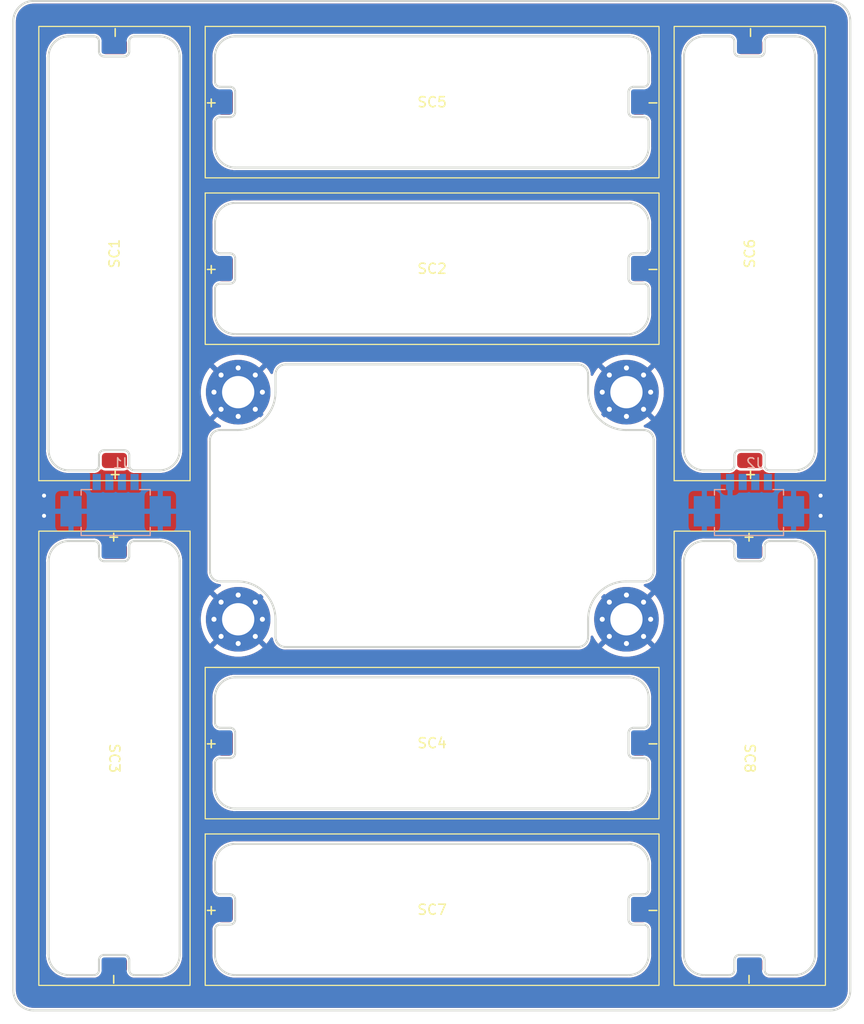
<source format=kicad_pcb>
(kicad_pcb (version 20210424) (generator pcbnew)

  (general
    (thickness 1.6)
  )

  (paper "A4")
  (layers
    (0 "F.Cu" signal)
    (31 "B.Cu" signal)
    (32 "B.Adhes" user "B.Adhesive")
    (33 "F.Adhes" user "F.Adhesive")
    (34 "B.Paste" user)
    (35 "F.Paste" user)
    (36 "B.SilkS" user "B.Silkscreen")
    (37 "F.SilkS" user "F.Silkscreen")
    (38 "B.Mask" user)
    (39 "F.Mask" user)
    (40 "Dwgs.User" user "User.Drawings")
    (41 "Cmts.User" user "User.Comments")
    (42 "Eco1.User" user "User.Eco1")
    (43 "Eco2.User" user "User.Eco2")
    (44 "Edge.Cuts" user)
    (45 "Margin" user)
    (46 "B.CrtYd" user "B.Courtyard")
    (47 "F.CrtYd" user "F.Courtyard")
    (48 "B.Fab" user)
    (49 "F.Fab" user)
    (50 "User.1" user)
    (51 "User.2" user)
    (52 "User.3" user)
    (53 "User.4" user)
    (54 "User.5" user)
    (55 "User.6" user)
    (56 "User.7" user)
    (57 "User.8" user)
    (58 "User.9" user)
  )

  (setup
    (pad_to_mask_clearance 0)
    (pcbplotparams
      (layerselection 0x00010fc_ffffffff)
      (disableapertmacros false)
      (usegerberextensions false)
      (usegerberattributes true)
      (usegerberadvancedattributes true)
      (creategerberjobfile true)
      (svguseinch false)
      (svgprecision 6)
      (excludeedgelayer true)
      (plotframeref false)
      (viasonmask false)
      (mode 1)
      (useauxorigin false)
      (hpglpennumber 1)
      (hpglpenspeed 20)
      (hpglpendiameter 15.000000)
      (dxfpolygonmode true)
      (dxfimperialunits true)
      (dxfusepcbnewfont true)
      (psnegative false)
      (psa4output false)
      (plotreference true)
      (plotvalue true)
      (plotinvisibletext false)
      (sketchpadsonfab false)
      (subtractmaskfromsilk false)
      (outputformat 1)
      (mirror false)
      (drillshape 1)
      (scaleselection 1)
      (outputdirectory "")
    )
  )

  (net 0 "")
  (net 1 "unconnected-(J1-Pad1)")
  (net 2 "unconnected-(J1-Pad2)")
  (net 3 "unconnected-(J1-Pad3)")
  (net 4 "unconnected-(J1-Pad4)")
  (net 5 "GND")
  (net 6 "unconnected-(SC1-Pad1)")
  (net 7 "Net-(SC1-Pad2)")
  (net 8 "unconnected-(SC2-Pad1)")
  (net 9 "Net-(SC2-Pad2)")
  (net 10 "unconnected-(SC3-Pad1)")
  (net 11 "Net-(SC3-Pad2)")
  (net 12 "unconnected-(SC4-Pad1)")
  (net 13 "Net-(SC4-Pad2)")
  (net 14 "unconnected-(SC5-Pad2)")
  (net 15 "unconnected-(SC6-Pad2)")
  (net 16 "unconnected-(SC7-Pad2)")
  (net 17 "unconnected-(SC8-Pad2)")
  (net 18 "VCC")
  (net 19 "/SDA")
  (net 20 "/SCL")

  (footprint "TCY_solar:SM141K04LV" (layer "F.Cu") (at 149.480001 70.519999))

  (footprint "MountingHole:MountingHole_3.2mm_M3_Pad_Via" (layer "F.Cu") (at 168.75 82.75))

  (footprint "TCY_solar:SM141K04LV" (layer "F.Cu") (at 117.980001 119.019999 -90))

  (footprint "TCY_solar:SM141K04LV" (layer "F.Cu") (at 149.480001 54.019999))

  (footprint "MountingHole:MountingHole_3.2mm_M3_Pad_Via" (layer "F.Cu") (at 130.25 105.25))

  (footprint "TCY_solar:SM141K04LV" (layer "F.Cu") (at 117.980001 69.019999 90))

  (footprint "TCY_solar:SM141K04LV" (layer "F.Cu") (at 149.480001 117.519999))

  (footprint "TCY_solar:SM141K04LV" (layer "F.Cu") (at 149.480001 134.019999))

  (footprint "TCY_solar:SM141K04LV" (layer "F.Cu") (at 180.980001 69.019999 90))

  (footprint "MountingHole:MountingHole_3.2mm_M3_Pad_Via" (layer "F.Cu") (at 168.75 105.25))

  (footprint "TCY_solar:SM141K04LV" (layer "F.Cu") (at 180.980001 119.019999 -90))

  (footprint "MountingHole:MountingHole_3.2mm_M3_Pad_Via" (layer "F.Cu") (at 130.25 82.75))

  (footprint "TCY_connectors:Amphenol_10114830-11103LF_1x04_P1.25mm_Horizontal" (layer "B.Cu") (at 180.9 94.7 180))

  (footprint "TCY_connectors:Amphenol_10114830-11103LF_1x04_P1.25mm_Horizontal" (layer "B.Cu") (at 118.1 94.7 180))

  (gr_arc (start 185.45 49.500001) (end 187.45 49.500001) (angle -90) (layer "Edge.Cuts") (width 0.2) (tstamp 02fd28df-f37a-4553-b7a5-7cdbdc55e118))
  (gr_arc (start 185.45 99.5) (end 187.45 99.5) (angle -90) (layer "Edge.Cuts") (width 0.2) (tstamp 04792f9e-1520-4b9d-af73-5d2b39764dcd))
  (gr_arc (start 181.95 99) (end 181.95 99.500001) (angle -90) (layer "Edge.Cuts") (width 0.2) (tstamp 057c1add-104a-4a55-a56b-40801bf3b052))
  (gr_line (start 127.950001 115.500001) (end 127.950001 113.000001) (layer "Edge.Cuts") (width 0.2) (tstamp 05fedc24-de42-4101-b3a2-32c81fecf786))
  (gr_arc (start 115.95 140.000001) (end 115.95 140.500001) (angle -90) (layer "Edge.Cuts") (width 0.2) (tstamp 068b7777-c54f-41d8-a964-2f6b8ebc07fe))
  (gr_arc (start 129.450001 116.500001) (end 129.950001 116.500001) (angle -90) (layer "Edge.Cuts") (width 0.2) (tstamp 06cd484b-e52d-4371-bd5a-280706c8e6a4))
  (gr_line (start 118.95 49.500001) (end 116.95 49.500001) (layer "Edge.Cuts") (width 0.2) (tstamp 087857c5-6b30-4df8-8007-710b829a6832))
  (gr_line (start 129.950001 133.000001) (end 129.950001 135.000001) (layer "Edge.Cuts") (width 0.2) (tstamp 088d7daa-cc8d-4fd8-9aa9-12bb905b0dc6))
  (gr_line (start 116.45 99) (end 116.45 98.000001) (layer "Edge.Cuts") (width 0.2) (tstamp 09c36c44-15fc-4af7-8d71-dd1ff07b603d))
  (gr_arc (start 185.45 138.500001) (end 185.449999 140.500001) (angle -90) (layer "Edge.Cuts") (width 0.2) (tstamp 0a60d8da-a40b-4646-bfdf-f5b9a275e81e))
  (gr_arc (start 169.45 71.500001) (end 168.95 71.500001) (angle -90) (layer "Edge.Cuts") (width 0.2) (tstamp 0b84a6f9-4752-42ea-815d-62cc5fc41feb))
  (gr_line (start 116.45 139.000001) (end 116.45 140.000001) (layer "Edge.Cuts") (width 0.2) (tstamp 0c900f8c-2d96-4607-941d-cb73db80e439))
  (gr_arc (start 163.95 81.000002) (end 164.95 81.000002) (angle -90) (layer "Edge.Cuts") (width 0.2) (tstamp 0de9e0cb-4922-44b0-a5c5-3505f439fbf7))
  (gr_arc (start 168.95 49.500001) (end 170.95 49.500001) (angle -90) (layer "Edge.Cuts") (width 0.2) (tstamp 0ff09f9c-dd92-4514-9029-ab95a69e78ca))
  (gr_line (start 130.2 101.500001) (end 128.45 101.500001) (layer "Edge.Cuts") (width 0.2) (tstamp 1015b18b-ba2c-4325-aabd-937839acb938))
  (gr_arc (start 168.95 129.500001) (end 170.95 129.500001) (angle -90) (layer "Edge.Cuts") (width 0.2) (tstamp 1115bb20-fa86-472b-9634-838fd72b4dc2))
  (gr_arc (start 170.45 72.500001) (end 170.95 72.500001) (angle -90) (layer "Edge.Cuts") (width 0.2) (tstamp 11406a0b-a194-4c64-aee2-5725f56c6367))
  (gr_line (start 168.95 127.500001) (end 129.95 127.500001) (layer "Edge.Cuts") (width 0.2) (tstamp 16d32656-a535-4ca1-a698-fb0b7bd8c175))
  (gr_line (start 129.450001 52.500002) (end 128.450001 52.500002) (layer "Edge.Cuts") (width 0.2) (tstamp 1764f411-00bf-4058-a6c5-237b02f0b980))
  (gr_arc (start 169.45 133) (end 169.45 132.5) (angle -90) (layer "Edge.Cuts") (width 0.2) (tstamp 176ec522-ecd0-484a-9ee5-13f17db7041e))
  (gr_line (start 116.95 138.500001) (end 118.95 138.500001) (layer "Edge.Cuts") (width 0.2) (tstamp 17dbb318-f415-4eeb-9939-a58845d246f0))
  (gr_arc (start 179.949999 49.000001) (end 179.449999 49.000001) (angle -90) (layer "Edge.Cuts") (width 0.2) (tstamp 19c82bf9-832f-41dc-9363-64ec5d7ca397))
  (gr_line (start 170.95 72.500001) (end 170.95 75.000001) (layer "Edge.Cuts") (width 0.2) (tstamp 1a85c2de-d9b4-44ed-b7ab-42b411394e8a))
  (gr_line (start 169.45 72.000001) (end 170.45 72.000001) (layer "Edge.Cuts") (width 0.2) (tstamp 1ae2ee33-b610-4a2d-bf12-fcab2a2d2db8))
  (gr_line (start 182.95 140.500001) (end 185.45 140.500001) (layer "Edge.Cuts") (width 0.2) (tstamp 1cc7908b-9c34-4f92-ab51-23914be8ceea))
  (gr_arc (start 168.95 122.000001) (end 168.95 124.000001) (angle -90) (layer "Edge.Cuts") (width 0.2) (tstamp 1d60ec8b-e4c3-4538-8cfb-92e637677d4b))
  (gr_arc (start 178.95 98.000001) (end 179.45 98.000001) (angle -90) (layer "Edge.Cuts") (width 0.2) (tstamp 200ea47c-c5fd-4db3-8b8b-2b38eaab8b18))
  (gr_arc (start 118.95 89.000001) (end 119.45 89.000001) (angle -90) (layer "Edge.Cuts") (width 0.2) (tstamp 20407672-6076-4d42-b3ac-5e3262eaf09a))
  (gr_arc (start 176.45 88.500002) (end 174.45 88.500002) (angle -90) (layer "Edge.Cuts") (width 0.2) (tstamp 20942e9d-198c-4e1c-a76d-53d121b8efdc))
  (gr_line (start 178.95 47.500001) (end 176.45 47.500001) (layer "Edge.Cuts") (width 0.2) (tstamp 2099de76-5324-414f-b12f-26432a995d83))
  (gr_arc (start 170.45 68.500001) (end 170.45 69.000001) (angle -90) (layer "Edge.Cuts") (width 0.2) (tstamp 2204ceb9-0b66-45b1-afe8-2802f1843daf))
  (gr_arc (start 122.45 99.5) (end 124.45 99.5) (angle -90) (layer "Edge.Cuts") (width 0.2) (tstamp 2488f897-27dc-4d83-b0f1-40de367e0e63))
  (gr_line (start 169.45 52.500002) (end 170.45 52.500002) (layer "Edge.Cuts") (width 0.2) (tstamp 25b6aff7-0040-4cd5-95fa-21ceb6a3bf8e))
  (gr_arc (start 181.95 139.000001) (end 182.45 139.000001) (angle -90) (layer "Edge.Cuts") (width 0.2) (tstamp 26420053-e8ba-4265-bba2-21f505857217))
  (gr_arc (start 170.45 56.000002) (end 170.95 56.000002) (angle -90) (layer "Edge.Cuts") (width 0.2) (tstamp 2778819d-bf2b-4db2-b851-ad21434ab530))
  (gr_arc (start 119.95 140.000001) (end 119.45 140.000001) (angle -90) (layer "Edge.Cuts") (width 0.2) (tstamp 28eff093-6513-4415-9807-a3f82e9be250))
  (gr_line (start 179.45 89.000001) (end 179.45 90.000001) (layer "Edge.Cuts") (width 0.2) (tstamp 291fb24a-ead3-4fe7-b7a0-069917b6ef25))
  (gr_arc (start 115.95 90.000001) (end 115.95 90.500001) (angle -90) (layer "Edge.Cuts") (width 0.2) (tstamp 2a37c86e-f0e2-4b48-b17a-87dd11981829))
  (gr_arc (start 168.95 113.000001) (end 170.95 113.000001) (angle -90) (layer "Edge.Cuts") (width 0.2) (tstamp 2c2d42df-c623-48c4-8b2b-5ce1ddcda0f7))
  (gr_arc (start 129.95 129.500001) (end 129.95 127.500001) (angle -90) (layer "Edge.Cuts") (width 0.2) (tstamp 2e6a0af4-5eb5-416e-9dc9-1cde5ce532b8))
  (gr_arc (start 170.45 136.000001) (end 170.95 136.000001) (angle -90) (layer "Edge.Cuts") (width 0.2) (tstamp 30af23b0-2528-4a23-b0da-bda3f8ae5fbf))
  (gr_arc (start 169.45 53.000002) (end 169.45 52.500002) (angle -90) (layer "Edge.Cuts") (width 0.2) (tstamp 32f769a9-8e15-42a4-8c22-22efacb665e0))
  (gr_arc (start 169.45 69.500001) (end 169.45 69.000001) (angle -90) (layer "Edge.Cuts") (width 0.2) (tstamp 3344bf14-96fc-45d8-b8ac-ca9f6971c34c))
  (gr_arc (start 129.450001 69.500001) (end 129.950001 69.500001) (angle -90) (layer "Edge.Cuts") (width 0.2) (tstamp 33ca28d4-543f-41b2-8ae4-97f66b9b62f0))
  (gr_arc (start 182.95 90.000001) (end 182.45 90.000001) (angle -90) (layer "Edge.Cuts") (width 0.2) (tstamp 3466449a-7c72-4594-a0fe-7da5f88bc18f))
  (gr_arc (start 134.95 107.000001) (end 133.95 107.000001) (angle -90) (layer "Edge.Cuts") (width 0.2) (tstamp 36d73420-baa8-4675-8fdd-4ab03a5e1b96))
  (gr_arc (start 128.450001 72.500001) (end 128.450001 72.000001) (angle -90) (layer "Edge.Cuts") (width 0.2) (tstamp 37b166e3-e714-4dcf-aa51-da63b5f0f651))
  (gr_line (start 129.95 124.000001) (end 168.95 124.000001) (layer "Edge.Cuts") (width 0.2) (tstamp 3854931f-060a-406b-8690-1b0fd9e98f17))
  (gr_arc (start 178.95 140.000001) (end 178.95 140.500001) (angle -90) (layer "Edge.Cuts") (width 0.2) (tstamp 3855035e-d5d1-40b3-8814-9afd3fcea59b))
  (gr_line (start 169.45 135.500001) (end 170.45 135.500001) (layer "Edge.Cuts") (width 0.2) (tstamp 3b03be7d-cadd-46d7-8140-47d932ff66b5))
  (gr_arc (start 170.45 100.500001) (end 170.45 101.500001) (angle -90) (layer "Edge.Cuts") (width 0.2) (tstamp 3c084481-7678-4852-a7a9-ef45ecfba1bb))
  (gr_line (start 111.45 49.500001) (end 111.45 88.500002) (layer "Edge.Cuts") (width 0.2) (tstamp 3d36a243-0383-415d-b4d3-fee5709976f6))
  (gr_line (start 119.45 99) (end 119.45 98.000001) (layer "Edge.Cuts") (width 0.2) (tstamp 3ebabbbc-ad6a-41bf-8786-1c094c54177d))
  (gr_line (start 169.45 119.000001) (end 170.45 119.000001) (layer "Edge.Cuts") (width 0.2) (tstamp 3fb39dbf-163c-4364-b7ad-518d472c51bb))
  (gr_line (start 115.95 90.500001) (end 113.45 90.500001) (layer "Edge.Cuts") (width 0.2) (tstamp 3fcc7f22-1b86-4ec5-bf85-c9257721979f))
  (gr_line (start 170.95 132.000001) (end 170.95 129.500001) (layer "Edge.Cuts") (width 0.2) (tstamp 40b868ea-9917-4a58-b7cf-41a00dc5459e))
  (gr_line (start 115.95 97.500001) (end 113.45 97.500001) (layer "Edge.Cuts") (width 0.2) (tstamp 40e5e106-fa10-453b-93de-e18619fb50db))
  (gr_arc (start 129.95 113.000001) (end 129.95 111.000001) (angle -90) (layer "Edge.Cuts") (width 0.2) (tstamp 42997778-d21a-4685-b69e-94e2aa59164e))
  (gr_line (start 188.95 44.000002) (end 109.95 44.000002) (layer "Edge.Cuts") (width 0.2) (tstamp 42ace664-8f17-4094-b1fd-878ebff58f1f))
  (gr_arc (start 169.45 118.500001) (end 168.95 118.500001) (angle -90) (layer "Edge.Cuts") (width 0.2) (tstamp 4328b7b2-bfd8-4eee-8c04-33c6119c8c7a))
  (gr_arc (start 188.95 142) (end 188.95 144) (angle -90) (layer "Edge.Cuts") (width 0.2) (tstamp 43f9b419-c656-4851-a51c-94884e9df7b4))
  (gr_arc (start 113.45 88.500002) (end 111.45 88.500002) (angle -90) (layer "Edge.Cuts") (width 0.2) (tstamp 457966ac-8523-4a27-8b38-4de7b7447089))
  (gr_line (start 129.950001 116.500001) (end 129.950001 118.500001) (layer "Edge.Cuts") (width 0.2) (tstamp 4625890b-5085-4958-8267-fd99f761240a))
  (gr_line (start 163.95 108.000001) (end 134.95 108.000001) (layer "Edge.Cuts") (width 0.2) (tstamp 467697ea-3f2a-4e44-96df-9e96a0b9cd26))
  (gr_line (start 182.95 97.500001) (end 185.45 97.500001) (layer "Edge.Cuts") (width 0.2) (tstamp 46c10385-447c-4cac-b48c-54b612d05156))
  (gr_arc (start 116.95 139.000001) (end 116.950001 138.500001) (angle -90) (layer "Edge.Cuts") (width 0.2) (tstamp 474586ff-b199-44db-bb96-bf433e305ce5))
  (gr_line (start 182.45 99) (end 182.45 98.000001) (layer "Edge.Cuts") (width 0.2) (tstamp 47900a04-492b-416f-92d7-60e7ba980e4d))
  (gr_line (start 181.95 99.500001) (end 179.95 99.500001) (layer "Edge.Cuts") (width 0.2) (tstamp 4c0053b7-702b-4d3e-b38a-729871a44b98))
  (gr_arc (start 168.95 58.500002) (end 168.95 60.500002) (angle -90) (layer "Edge.Cuts") (width 0.2) (tstamp 4c1c115b-4a86-4563-8193-8e8bb21404e9))
  (gr_line (start 169.45 55.500002) (end 170.45 55.500002) (layer "Edge.Cuts") (width 0.2) (tstamp 4cf9c067-4351-4d91-8245-9a71e71a1579))
  (gr_arc (start 129.450001 53.000001) (end 129.950001 53.000001) (angle -90) (layer "Edge.Cuts") (width 0.2) (tstamp 4d98bf42-d9a8-4c80-a12f-ffae2e2449b2))
  (gr_line (start 174.45 99.5) (end 174.45 138.500001) (layer "Edge.Cuts") (width 0.2) (tstamp 50a0e4e5-ec24-4bc9-a19d-a5cbd346abf9))
  (gr_arc (start 129.450001 135.000001) (end 129.450001 135.500001) (angle -90) (layer "Edge.Cuts") (width 0.2) (tstamp 512ce996-2eeb-43b3-8b2a-179872448ff2))
  (gr_arc (start 179.95 99.000001) (end 179.45 99.000001) (angle -90) (layer "Edge.Cuts") (width 0.2) (tstamp 5184b9b1-2d1e-402f-8a13-ecf332cb8924))
  (gr_line (start 178.95 90.500001) (end 176.45 90.500001) (layer "Edge.Cuts") (width 0.2) (tstamp 51b42015-463f-4b15-af42-2fe98c6fdf4d))
  (gr_arc (start 168.7 105.250001) (end 168.7 101.500001) (angle -90) (layer "Edge.Cuts") (width 0.2) (tstamp 54daa8cd-f74b-4475-ae6b-ef22e989e4ea))
  (gr_arc (start 122.45 49.500001) (end 124.45 49.500001) (angle -90) (layer "Edge.Cuts") (width 0.2) (tstamp 54f0cb31-0ea0-4bdf-80fc-b2252198c0ab))
  (gr_line (start 127.950001 136.000001) (end 127.950001 138.500001) (layer "Edge.Cuts") (width 0.2) (tstamp 550841ff-78be-41bf-9279-62e524c022c9))
  (gr_line (start 178.95 140.500001) (end 176.45 140.500001) (layer "Edge.Cuts") (width 0.2) (tstamp 56756683-07d5-431e-a9fa-51e07c3ec2d5))
  (gr_arc (start 182.95 140.000001) (end 182.45 140.000001) (angle -90) (layer "Edge.Cuts") (width 0.2) (tstamp 596572bd-60f6-451a-944e-670349b19c64))
  (gr_arc (start 170.449999 87.500002) (end 171.449999 87.500002) (angle -90) (layer "Edge.Cuts") (width 0.2) (tstamp 59aaab31-cdf7-4896-946a-bda458d71d16))
  (gr_arc (start 129.950001 138.500001) (end 127.95 138.500001) (angle -90) (layer "Edge.Cuts") (width 0.2) (tstamp 5d5d867a-077e-4589-b79e-5d65489eea05))
  (gr_line (start 182.95 90.500001) (end 185.45 90.500001) (layer "Edge.Cuts") (width 0.2) (tstamp 5d7b1953-d6b5-497c-89e0-be3b5fdc6c37))
  (gr_arc (start 170.45 115.500001) (end 170.45 116.000001) (angle -90) (layer "Edge.Cuts") (width 0.2) (tstamp 6029fe31-ff48-4315-96aa-62af68b7bbd1))
  (gr_line (start 168.95 118.500001) (end 168.95 116.500001) (layer "Edge.Cuts") (width 0.2) (tstamp 6407163e-2b74-4dcd-b560-7eaccb7b6c4e))
  (gr_line (start 164.95 107) (end 164.95 105.250001) (layer "Edge.Cuts") (width 0.2) (tstamp 641b41f7-9d92-4cff-9f38-51bf3979fb42))
  (gr_line (start 129.450001 116.000001) (end 128.450001 116.000001) (layer "Edge.Cuts") (width 0.2) (tstamp 64cc52e3-e8be-4ee8-bc3b-8393589676ad))
  (gr_line (start 119.450001 89.000002) (end 119.450001 90.000001) (layer "Edge.Cuts") (width 0.2) (tstamp 664273c2-30d0-46d6-adfb-19108021f958))
  (gr_arc (start 134.95 81.000002) (end 134.95 80.000002) (angle -90) (layer "Edge.Cuts") (width 0.2) (tstamp 666bd15f-e412-49ec-8609-dbdcf15feaa8))
  (gr_line (start 115.95 47.500001) (end 113.45 47.500001) (layer "Edge.Cuts") (width 0.2) (tstamp 681ae55a-b047-40ab-bcd9-f288f5b38c7e))
  (gr_arc (start 170.45 52.000001) (end 170.45 52.500002) (angle -90) (layer "Edge.Cuts") (width 0.2) (tstamp 69cad448-7621-4388-b02d-b955a55b78ac))
  (gr_line (start 129.950001 69.500001) (end 129.950001 71.500001) (layer "Edge.Cuts") (width 0.2) (tstamp 6a8719f1-16f3-489e-bc1e-fee03537978d))
  (gr_arc (start 119.95 48.000001) (end 119.95 47.500001) (angle -90) (layer "Edge.Cuts") (width 0.2) (tstamp 6b750a59-e7a9-4abc-8c08-f033d3fe9366))
  (gr_arc (start 176.45 138.500001) (end 174.45 138.500001) (angle -90) (layer "Edge.Cuts") (width 0.2) (tstamp 708f301e-b6dd-4465-b89c-73a29f56fec4))
  (gr_arc (start 178.95 48.000001) (end 179.45 48.000001) (angle -90) (layer "Edge.Cuts") (width 0.2) (tstamp 735eb0af-439b-4cea-b44a-d2a70110d10f))
  (gr_line (start 168.95 111) (end 129.95 111.000001) (layer "Edge.Cuts") (width 0.2) (tstamp 73ea7d1a-e8b7-471b-b32d-15e6ba22e4af))
  (gr_line (start 178.95 97.500001) (end 176.45 97.500001) (layer "Edge.Cuts") (width 0.2) (tstamp 742fc986-86b0-4707-a302-57185abc5b63))
  (gr_line (start 168.95 64.000001) (end 129.95 64.000001) (layer "Edge.Cuts") (width 0.2) (tstamp 74e011b2-2128-48c6-a66c-dacc779ec4f3))
  (gr_arc (start 109.95 46.000002) (end 109.95 44.000002) (angle -90) (layer "Edge.Cuts") (width 0.2) (tstamp 74e80894-178e-47c2-addb-76c92fe60d91))
  (gr_line (start 119.95 140.500001) (end 122.45 140.500001) (layer "Edge.Cuts") (width 0.2) (tstamp 75729d9d-b15a-428d-b7ee-3dddd73f914c))
  (gr_line (start 169.45 69.000001) (end 170.45 69.000001) (layer "Edge.Cuts") (width 0.2) (tstamp 76d0e73c-b7fb-4491-b9af-733492f4e7a2))
  (gr_line (start 129.450001 69.000001) (end 128.450001 69.000001) (layer "Edge.Cuts") (width 0.2) (tstamp 76e2cf84-68f8-4c7e-a43a-6fdeaed82c22))
  (gr_arc (start 129.95 66.000001) (end 129.95 64.000001) (angle -90) (layer "Edge.Cuts") (width 0.2) (tstamp 77b7fcfb-e64c-4881-aebf-2910a1a6858c))
  (gr_line (start 124.45 88.500002) (end 124.45 49.500001) (layer "Edge.Cuts") (width 0.2) (tstamp 77f71919-8b4d-4a09-a259-f971e7e13650))
  (gr_arc (start 168.95 138.500001) (end 168.95 140.500001) (angle -90) (layer "Edge.Cuts") (width 0.2) (tstamp 782be7bb-0ed2-4354-b62b-9de056c3c816))
  (gr_line (start 129.450001 132.500001) (end 128.450001 132.500001) (layer "Edge.Cuts") (width 0.2) (tstamp 78e8a562-84b2-4aa6-88f1-0ee5d87f6966))
  (gr_line (start 169.45 132.500001) (end 170.45 132.500001) (layer "Edge.Cuts") (width 0.2) (tstamp 79a3d936-73c9-4068-a7db-4b757ee9db23))
  (gr_line (start 170.95 136.000001) (end 170.95 138.500001) (layer "Edge.Cuts") (width 0.2) (tstamp 7aae5e46-dfed-4d70-954d-3998b7c6ad97))
  (gr_line (start 119.45 49.000001) (end 119.45 48.000001) (layer "Edge.Cuts") (width 0.2) (tstamp 7dffe1f5-ac00-48a6-a204-5c225b8ee6a0))
  (gr_arc (start 129.450001 118.500001) (end 129.450001 119.000001) (angle -90) (layer "Edge.Cuts") (width 0.2) (tstamp 7eb4fc7c-15e3-44fb-9a90-cdbfa5b2841f))
  (gr_arc (start 116.95 49.000001) (end 116.45 49.000001) (angle -90) (layer "Edge.Cuts") (width 0.2) (tstamp 7ed2f7de-17f9-4f2a-aee9-8663aa893ccc))
  (gr_arc (start 129.95 75.000001) (end 127.95 75.000001) (angle -90) (layer "Edge.Cuts") (width 0.2) (tstamp 7f071327-4882-4798-8773-bd8a66e79a70))
  (gr_line (start 190.95 142) (end 190.95 46.000002) (layer "Edge.Cuts") (width 0.2) (tstamp 8029247e-0301-4f7f-ba44-bcbfed4aab63))
  (gr_arc (start 181.95 89.000002) (end 182.45 89.000002) (angle -90) (layer "Edge.Cuts") (width 0.2) (tstamp 80cae36f-e694-48af-a93b-440d434896d1))
  (gr_line (start 127.950001 56.000002) (end 127.950001 58.500001) (layer "Edge.Cuts") (width 0.2) (tstamp 82b5fbe1-7079-43fd-904a-2146cd15e33f))
  (gr_arc (start 182.95 48.000001) (end 182.95 47.500001) (angle -90) (layer "Edge.Cuts") (width 0.2) (tstamp 852154ee-e9e8-49d1-81c4-732e1b9efce9))
  (gr_line (start 182.45 89.000002) (end 182.45 90.000001) (layer "Edge.Cuts") (width 0.2) (tstamp 8744840a-60c8-4960-a35b-6d9ec4cf21a7))
  (gr_arc (start 118.95 99.000001) (end 118.95 99.500001) (angle -90) (layer "Edge.Cuts") (width 0.2) (tstamp 87d59e46-4bd9-4a6e-b283-e5fa9d10a860))
  (gr_line (start 133.95 81.000002) (end 133.95 82.750002) (layer "Edge.Cuts") (width 0.2) (tstamp 8857dabb-1263-4bc4-b105-3d19d4807f58))
  (gr_line (start 109.95 144) (end 188.95 144) (layer "Edge.Cuts") (width 0.2) (tstamp 8871945a-ad76-443d-ad24-9865b5838656))
  (gr_arc (start 109.95 142) (end 107.95 142) (angle -90) (layer "Edge.Cuts") (width 0.2) (tstamp 889df7a2-2c31-4945-b769-3cc3392a1430))
  (gr_line (start 182.45 49.000001) (end 182.45 48.000001) (layer "Edge.Cuts") (width 0.2) (tstamp 88a11b1d-dbc7-4a09-9005-f51d2e6086c0))
  (gr_arc (start 130.200001 105.250001) (end 133.950001 105.250001) (angle -90) (layer "Edge.Cuts") (width 0.2) (tstamp 897aeebd-8745-4d09-bc9d-2f7d5de39394))
  (gr_arc (start 128.450001 52.000002) (end 127.950001 52.000002) (angle -90) (layer "Edge.Cuts") (width 0.2) (tstamp 89a770c0-a007-445d-bfb8-cb6eb5d0843b))
  (gr_arc (start 176.45 99.5) (end 176.45 97.5) (angle -90) (layer "Edge.Cuts") (width 0.2) (tstamp 8a00814c-621a-43c8-85c1-edf0431af0ee))
  (gr_line (start 168.7 101.500001) (end 170.45 101.500001) (layer "Edge.Cuts") (width 0.2) (tstamp 8a76e635-147a-47eb-b89e-a5c1190be725))
  (gr_line (start 119.95 97.500001) (end 122.45 97.500001) (layer "Edge.Cuts") (width 0.2) (tstamp 8c293c86-09b9-4190-bbe2-491c7c71ebc3))
  (gr_arc (start 128.45 87.500002) (end 128.45 86.500002) (angle -90) (layer "Edge.Cuts") (width 0.2) (tstamp 917066b8-42b6-4dbe-93a4-03f3a533c93b))
  (gr_arc (start 178.95 90.000001) (end 178.95 90.500001) (angle -90) (layer "Edge.Cuts") (width 0.2) (tstamp 920be5a4-f8a4-47db-be8d-4ab4b9dde01f))
  (gr_arc (start 170.45 119.500001) (end 170.95 119.500001) (angle -90) (layer "Edge.Cuts") (width 0.2) (tstamp 932dd08d-b453-4570-bdcb-41f3642afbac))
  (gr_arc (start 128.450001 119.500001) (end 128.450001 119) (angle -90) (layer "Edge.Cuts") (width 0.2) (tstamp 947c34b0-1339-46cf-b5f1-d850d29c8aab))
  (gr_line (start 127.45 87.500002) (end 127.45 100.500001) (layer "Edge.Cuts") (width 0.2) (tstamp 97dd2369-b1de-49b1-99b2-fa3443effaa2))
  (gr_line (start 127.950001 119.500001) (end 127.950001 122.000001) (layer "Edge.Cuts") (width 0.2) (tstamp 98daad9f-8ae6-4ef6-9592-f93e96070746))
  (gr_arc (start 128.450001 132.000001) (end 127.950001 132.000001) (angle -90) (layer "Edge.Cuts") (width 0.2) (tstamp 992ba1db-5923-4589-ae03-965bacc9003f))
  (gr_arc (start 128.450001 68.500001) (end 127.950001 68.500001) (angle -90) (layer "Edge.Cuts") (width 0.2) (tstamp 9a6b809c-6d91-4f22-92c8-52b529e801cb))
  (gr_arc (start 176.45 49.500001) (end 176.45 47.500001) (angle -90) (layer "Edge.Cuts") (width 0.2) (tstamp 9a8c6476-15c5-4bc2-b076-7b1c3c77371e))
  (gr_line (start 174.45 49.500001) (end 174.45 88.500002) (layer "Edge.Cuts") (width 0.2) (tstamp 9bbe931b-dd61-4f81-8fa6-1c445e61a5dc))
  (gr_line (start 129.450001 55.500002) (end 128.450001 55.500002) (layer "Edge.Cuts") (width 0.2) (tstamp 9f31c22e-0ac9-4cd9-9ec9-dc88e07e652b))
  (gr_line (start 170.95 115.500001) (end 170.95 113.000001) (layer "Edge.Cuts") (width 0.2) (tstamp 9fa4b302-2c67-4387-8794-bc4270b58c6f))
  (gr_line (start 179.95 138.500001) (end 181.95 138.500001) (layer "Edge.Cuts") (width 0.2) (tstamp a0a073b6-f752-412f-8497-7c02fe632023))
  (gr_line (start 187.45 138.500001) (end 187.45 99.5) (layer "Edge.Cuts") (width 0.2) (tstamp a1b4ce14-0761-489e-aea9-598fffb72937))
  (gr_line (start 118.95 99.5) (end 116.95 99.5) (layer "Edge.Cuts") (width 0.2) (tstamp a31b16fa-cee2-45b6-a31c-fdb58bed72b3))
  (gr_arc (start 179.95 89.000001) (end 179.95 88.500001) (angle -90) (layer "Edge.Cuts") (width 0.2) (tstamp a362a90d-8b64-4835-a486-159fa3c5db91))
  (gr_line (start 168.95 71.500001) (end 168.95 69.500001) (layer "Edge.Cuts") (width 0.2) (tstamp a47f3919-a7ed-4c9c-a7c0-e49cdca988a4))
  (gr_arc (start 185.45 88.500002) (end 185.45 90.500002) (angle -90) (layer "Edge.Cuts") (width 0.2) (tstamp a62534cb-e356-4290-8d1f-5ba7f7d7d173))
  (gr_line (start 130.2 86.500002) (end 128.45 86.500002) (layer "Edge.Cuts") (width 0.2) (tstamp a8dc7da6-5df8-42a4-b2cd-b1281cf3d0f0))
  (gr_line (start 133.95 107.000001) (end 133.95 105.250001) (layer "Edge.Cuts") (width 0.2) (tstamp a910dee8-0870-4310-a0d2-86648d7b69f7))
  (gr_line (start 129.95 140.500001) (end 168.95 140.500001) (layer "Edge.Cuts") (width 0.2) (tstamp aae1e4a3-8e02-4983-a2b8-2b86f3b26622))
  (gr_arc (start 129.95 49.500002) (end 129.95 47.500001) (angle -90) (layer "Edge.Cuts") (width 0.2) (tstamp ac810d39-b7fe-42c7-ba88-868a65732f53))
  (gr_line (start 129.95 60.500001) (end 168.95 60.500001) (layer "Edge.Cuts") (width 0.2) (tstamp af23d4a6-8670-4760-a119-5e2530d26af9))
  (gr_arc (start 119.95 98.000001) (end 119.95 97.5) (angle -90) (layer "Edge.Cuts") (width 0.2) (tstamp af2acadf-c2a8-44c1-a321-0b8c9559fd12))
  (gr_arc (start 116.95 89.000001) (end 116.95 88.500001) (angle -90) (layer "Edge.Cuts") (width 0.2) (tstamp afc80580-63d1-4326-b9f7-5acd5ec665d8))
  (gr_arc (start 188.95 46.000002) (end 190.95 46.000002) (angle -90) (layer "Edge.Cuts") (width 0.2) (tstamp b3ab7bd5-de20-4233-925b-917602773263))
  (gr_arc (start 170.45 132) (end 170.45 132.500001) (angle -90) (layer "Edge.Cuts") (width 0.2) (tstamp b6bd75d6-3508-4fce-905e-29f0060b92f4))
  (gr_arc (start 179.949999 139.000001) (end 179.95 138.500001) (angle -90) (layer "Edge.Cuts") (width 0.2) (tstamp b76f75c3-fd7c-4758-a238-74bc8575cf3b))
  (gr_arc (start 113.45 138.500001) (end 111.45 138.500001) (angle -90) (layer "Edge.Cuts") (width 0.2) (tstamp b8a1d2ac-cbde-411f-94d6-648cdbb9f65b))
  (gr_line (start 127.950001 68.500001) (end 127.950001 66.000001) (layer "Edge.Cuts") (width 0.2) (tstamp b8c2e7e4-14da-4a5e-b54b-171723be229c))
  (gr_line (start 107.95 46.000002) (end 107.95 142) (layer "Edge.Cuts") (width 0.2) (tstamp bf4d3a89-821e-4c78-874a-a358a57f830e))
  (gr_line (start 179.95 88.500002) (end 181.95 88.500002) (layer "Edge.Cuts") (width 0.2) (tstamp c157b1bf-f1c8-4cf0-802c-75f1b9d1dcd9))
  (gr_line (start 170.95 52.000002) (end 170.95 49.500001) (layer "Edge.Cuts") (width 0.2) (tstamp c38991c2-4ab1-4113-a511-8873ca89c478))
  (gr_line (start 170.95 119.500001) (end 170.95 122.000001) (layer "Edge.Cuts") (width 0.2) (tstamp c3e1ac6e-686e-491f-a775-d2c306be2791))
  (gr_arc (start 128.450001 100.500001) (end 127.450001 100.500001) (angle -90) (layer "Edge.Cuts") (width 0.2) (tstamp c3f700a0-20bc-4a01-abc8-52590ec87c31))
  (gr_arc (start 128.450001 115.500001) (end 127.950001 115.500001) (angle -90) (layer "Edge.Cuts") (width 0.2) (tstamp c5b83580-85f5-463b-9481-cb5feb8da2c7))
  (gr_line (start 116.95 88.500002) (end 118.95 88.500002) (layer "Edge.Cuts") (width 0.2) (tstamp c6f75eb3-90c1-4ea4-8211-ee36d74d5e75))
  (gr_arc (start 129.95 122.000001) (end 127.95 122) (angle -90) (layer "Edge.Cuts") (width 0.2) (tstamp c80caa73-4ea0-4303-99bb-165b7fd90bbf))
  (gr_arc (start 115.95 98.000001) (end 116.45 98.000001) (angle -90) (layer "Edge.Cuts") (width 0.2) (tstamp c92570e5-8657-4d54-af64-2d6ec0c06643))
  (gr_line (start 111.45 99.5) (end 111.45 138.500001) (layer "Edge.Cuts") (width 0.2) (tstamp c96142b7-478d-4b08-a318-56fc29c32a2e))
  (gr_line (start 119.95 90.500001) (end 122.45 90.500001) (layer "Edge.Cuts") (width 0.2) (tstamp c9c6e55a-e9f5-4f33-a3d9-6bea33ed461c))
  (gr_line (start 168.95 47.500001) (end 129.95 47.500001) (layer "Edge.Cuts") (width 0.2) (tstamp c9df1cd4-6eae-42e3-a3aa-8243cc2658b9))
  (gr_arc (start 122.45 138.500001) (end 122.45 140.500001) (angle -90) (layer "Edge.Cuts") (width 0.2) (tstamp ca6af224-0824-4eac-8385-56bb28bf948b))
  (gr_line (start 127.950001 132.000001) (end 127.950001 129.500001) (layer "Edge.Cuts") (width 0.2) (tstamp ccd5ce35-273d-44e7-b28a-10f70626f9fc))
  (gr_line (start 170.95 56.000002) (end 170.95 58.500001) (layer "Edge.Cuts") (width 0.2) (tstamp cd1725d5-b81f-420c-9036-744e1b8b69b5))
  (gr_line (start 116.45 49.000001) (end 116.45 48.000001) (layer "Edge.Cuts") (width 0.2) (tstamp cd9ce211-85bd-4997-b7fb-a2372d5a175f))
  (gr_arc (start 128.450001 136.000001) (end 128.450001 135.500001) (angle -90) (layer "Edge.Cuts") (width 0.2) (tstamp d22ff753-3eae-4805-9d49-b77b5aa6fbbb))
  (gr_arc (start 168.7 82.750002) (end 164.95 82.750002) (angle -90) (layer "Edge.Cuts") (width 0.2) (tstamp d5e756b1-8c79-4725-a783-815290ebc472))
  (gr_line (start 179.45 139.000001) (end 179.45 140.000001) (layer "Edge.Cuts") (width 0.2) (tstamp d72088a7-d838-4ab4-a5ad-b1d78fcca41e))
  (gr_arc (start 169.45 116.500001) (end 169.45 116.000001) (angle -90) (layer "Edge.Cuts") (width 0.2) (tstamp d726fdbc-cd73-4f1c-b1d3-3e24db04c9ff))
  (gr_line (start 119.95 47.500001) (end 122.45 47.500001) (layer "Edge.Cuts") (width 0.2) (tstamp d76e9da6-ba3f-49e6-9991-297706496a3e))
  (gr_line (start 127.950001 72.500001) (end 127.950001 75.000001) (layer "Edge.Cuts") (width 0.2) (tstamp d8647260-7586-459e-8e01-86ef19f41dc4))
  (gr_line (start 129.95 77.000001) (end 168.95 77.000001) (layer "Edge.Cuts") (width 0.2) (tstamp d8b4f8af-df6e-45b8-b3af-ef02a199ee8e))
  (gr_line (start 170.95 68.500001) (end 170.95 66.000001) (layer "Edge.Cuts") (width 0.2) (tstamp d903efc6-db8f-4a52-8f8f-4b80bd175b59))
  (gr_arc (start 168.95 75.000001) (end 168.95 77.000002) (angle -90) (layer "Edge.Cuts") (width 0.2) (tstamp dad61b19-5490-43ab-bb0e-764413c7b7e3))
  (gr_line (start 119.450001 139.000001) (end 119.450001 140.000001) (layer "Edge.Cuts") (width 0.2) (tstamp db381d79-765b-4bd4-9e13-51349f2b3dad))
  (gr_line (start 179.45 49.000001) (end 179.45 48.000001) (layer "Edge.Cuts") (width 0.2) (tstamp dba5e760-46c8-4ffe-9119-f593e4b9af4b))
  (gr_arc (start 130.2 82.750002) (end 130.2 86.500002) (angle -90) (layer "Edge.Cuts") (width 0.2) (tstamp dbd09501-9b4d-4cc0-81c3-c2bbea0a98a7))
  (gr_arc (start 129.95 58.500001) (end 127.95 58.500001) (angle -90) (layer "Edge.Cuts") (width 0.2) (tstamp dc0dcd70-9af9-43a6-90bf-7501aa4eabc3))
  (gr_arc (start 118.950001 49.000001) (end 118.95 49.500001) (angle -90) (layer "Edge.Cuts") (width 0.2) (tstamp dd2afa2f-d73d-41d3-9752-3409d781bf80))
  (gr_line (start 182.45 139.000001) (end 182.45 140.000001) (layer "Edge.Cuts") (width 0.2) (tstamp dee937e6-a93e-4b7f-b622-b7e72abe5bcb))
  (gr_line (start 129.450001 135.500001) (end 128.450001 135.500001) (layer "Edge.Cuts") (width 0.2) (tstamp deffecf1-2d6b-490d-b165-addad5ca696a))
  (gr_line (start 187.45 88.500002) (end 187.45 49.500001) (layer "Edge.Cuts") (width 0.2) (tstamp dfc9b2d1-5583-407e-9323-fab93803e77e))
  (gr_line (start 179.45 99.000001) (end 179.45 98.000001) (layer "Edge.Cuts") (width 0.2) (tstamp dfd07cac-98d2-4b82-8c4f-c1d0aac196ed))
  (gr_arc (start 169.45 135.000001) (end 168.95 135.000001) (angle -90) (layer "Edge.Cuts") (width 0.2) (tstamp e0858e8f-0ed3-4e21-b06d-83a11dfd6671))
  (gr_line (start 134.95 80.000002) (end 163.95 80.000002) (layer "Edge.Cuts") (width 0.2) (tstamp e086ad4e-0bd1-4e44-b08d-a67d65161884))
  (gr_arc (start 168.95 66.000001) (end 170.95 66.000001) (angle -90) (layer "Edge.Cuts") (width 0.2) (tstamp e0a01cc1-92e5-465f-b9e4-9abf9102deb7))
  (gr_arc (start 129.450001 71.500001) (end 129.450001 72.000002) (angle -90) (layer "Edge.Cuts") (width 0.2) (tstamp e0d8d89f-3278-4944-a6cf-0a1b5e2575b6))
  (gr_arc (start 181.95 49.000001) (end 181.949999 49.500001) (angle -90) (layer "Edge.Cuts") (width 0.2) (tstamp e1460c31-0172-4665-94c2-ea3e8bbec4ae))
  (gr_line (start 129.450001 72.000002) (end 128.450001 72.000002) (layer "Edge.Cuts") (width 0.2) (tstamp e17648f6-717b-44d6-ae9e-ea11d5adaa10))
  (gr_arc (start 163.95 107) (end 163.95 108) (angle -90) (layer "Edge.Cuts") (width 0.2) (tstamp e19de688-1133-4db1-88b9-8a593c16f7c7))
  (gr_arc (start 122.45 88.500002) (end 122.45 90.500002) (angle -90) (layer "Edge.Cuts") (width 0.2) (tstamp e20a8730-a90f-44d0-8738-cbb3420d0c97))
  (gr_line (start 129.450001 119.000001) (end 128.450001 119.000001) (layer "Edge.Cuts") (width 0.2) (tstamp e2b23b9b-7068-489d-892e-045e38274fc6))
  (gr_arc (start 128.450001 56.000002) (end 128.450001 55.500002) (angle -90) (layer "Edge.Cuts") (width 0.2) (tstamp e2bc1f91-524c-4c39-8d4b-301d4f798c19))
  (gr_arc (start 118.950001 139.000001) (end 119.450001 139.000001) (angle -90) (layer "Edge.Cuts") (width 0.2) (tstamp e3828d57-8577-4343-a856-1709490e6da1))
  (gr_arc (start 116.95 99) (end 116.45 99) (angle -90) (layer "Edge.Cuts") (width 0.2) (tstamp e44d02d3-679a-4708-b01e-7adee63ca73a))
  (gr_arc (start 129.450001 55.000002) (end 129.450001 55.500002) (angle -90) (layer "Edge.Cuts") (width 0.2) (tstamp e511ecbf-c88b-4fb1-ac49-de64237d3dbc))
  (gr_arc (start 115.95 48.000001) (end 116.45 48.000001) (angle -90) (layer "Edge.Cuts") (width 0.2) (tstamp e6128f7f-2623-4d20-a2fe-e8f8ec0836cb))
  (gr_line (start 116.45 89.000001) (end 116.45 90.000001) (layer "Edge.Cuts") (width 0.2) (tstamp e726c879-6b32-46ed-8f4f-b512ba4066ac))
  (gr_line (start 168.95 55.000002) (end 168.95 53.000002) (layer "Edge.Cuts") (width 0.2) (tstamp e7d1dc10-45cb-4f83-a721-d97d6c194314))
  (gr_line (start 168.95 135.000001) (end 168.95 133.000001) (layer "Edge.Cuts") (width 0.2) (tstamp e86fd210-0c19-4114-9678-ed2a5574ad3e))
  (gr_line (start 127.950001 52.000002) (end 127.950001 49.500002) (layer "Edge.Cuts") (width 0.2) (tstamp ea690750-401f-4357-9203-cde6d0271628))
  (gr_line (start 129.950001 53.000002) (end 129.950001 55.000002) (layer "Edge.Cuts") (width 0.2) (tstamp eb2c540c-8ef0-4288-8ff0-08bf1ad9ef7a))
  (gr_line (start 181.95 49.500001) (end 179.95 49.500001) (layer "Edge.Cuts") (width 0.2) (tstamp ec35e742-538a-4fe9-9347-40941b8e371a))
  (gr_line (start 169.45 116.000001) (end 170.45 116.000001) (layer "Edge.Cuts") (width 0.2) (tstamp ec76a7cf-f9f0-4abe-aaa6-d05f735b7ad7))
  (gr_line (start 168.7 86.500002) (end 170.449999 86.500002) (layer "Edge.Cuts") (width 0.2) (tstamp f1a896a0-fc6e-4d66-b05f-c321f5f3ebc8))
  (gr_line (start 164.95 81.000002) (end 164.95 82.750002) (layer "Edge.Cuts") (width 0.2) (tstamp f40e9203-1edf-4bce-b58f-76844450be44))
  (gr_arc (start 169.45 55.000002) (end 168.95 55.000001) (angle -90) (layer "Edge.Cuts") (width 0.2) (tstamp f526fe01-bd34-4268-831e-e4b685e29813))
  (gr_arc (start 119.95 90.000001) (end 119.45 90.000001) (angle -90) (layer "Edge.Cuts") (width 0.2) (tstamp f63c377d-a3e1-4a07-80dc-b718e4ead9f7))
  (gr_line (start 171.45 100.500001) (end 171.45 87.500002) (layer "Edge.Cuts") (width 0.2) (tstamp f74ad42d-9857-4b8e-96c6-ac20b16122fa))
  (gr_arc (start 182.95 98.000001) (end 182.95 97.5) (angle -90) (layer "Edge.Cuts") (width 0.2) (tstamp f9361ab1-9d18-4e5e-8dfe-065ba36bda47))
  (gr_arc (start 113.45 49.500001) (end 113.45 47.500001) (angle -90) (layer "Edge.Cuts") (width 0.2) (tstamp f988de13-f523-420c-939c-ec52f86eaacf))
  (gr_arc (start 113.45 99.5) (end 113.45 97.5) (angle -90) (layer "Edge.Cuts") (width 0.2) (tstamp f9a293a1-fe32-4f52-882e-a6d512ab7ccf))
  (gr_line (start 115.95 140.500001) (end 113.45 140.500001) (layer "Edge.Cuts") (width 0.2) (tstamp fdbf67b8-01ad-4dc2-8da3-931d2be3b594))
  (gr_line (start 182.95 47.500001) (end 185.45 47.500001) (layer "Edge.Cuts") (width 0.2) (tstamp fe0370e2-ba5f-4626-bb18-27471b733cc6))
  (gr_line (start 124.45 138.500001) (end 124.45 99.5) (layer "Edge.Cuts") (width 0.2) (tstamp fe13e6c2-587c-4ed0-8799-ac83e4859bf7))
  (gr_arc (start 129.450001 133.000001) (end 129.950001 133.000001) (angle -90) (layer "Edge.Cuts") (width 0.2) (tstamp ff897fcd-e232-4d18-bd1b-4528898e375c))

  (via (at 188 95) (size 0.8) (drill 0.4) (layers "F.Cu" "B.Cu") (free) (net 5) (tstamp 21b72792-5e84-4b63-bfa8-6c051479f850))
  (via (at 111 93) (size 0.8) (drill 0.4) (layers "F.Cu" "B.Cu") (free) (net 5) (tstamp 54efec1a-6c4f-4372-a416-301087110cb0))
  (via (at 188 93) (size 0.8) (drill 0.4) (layers "F.Cu" "B.Cu") (free) (net 5) (tstamp 7fe0cc06-5bc8-4612-91f8-6b648861b227))
  (via (at 111 95) (size 0.8) (drill 0.4) (layers "F.Cu" "B.Cu") (free) (net 5) (tstamp a4225d4c-83c9-4b74-ab26-96252a066cb5))

  (zone (net 0) (net_name "") (layers F&B.Cu) (tstamp e0e5c147-492c-4e22-b255-313de6b7ced6) (name "Module") (hatch edge 0.508)
    (connect_pads (clearance 0))
    (min_thickness 0.254)
    (keepout (tracks allowed) (vias allowed) (pads allowed ) (copperpour allowed) (footprints allowed))
    (fill (thermal_gap 0.508) (thermal_bridge_width 0.508))
    (polygon
      (pts
        (xy 172.5 109)
        (xy 126.5 109)
        (xy 126.5 79)
        (xy 172.5 79)
      )
    )
  )
  (zone (net 5) (net_name "GND") (layers F&B.Cu) (tstamp f480f214-03bb-4d7e-ab4b-51b51a056cb9) (name "Module") (hatch edge 0.508)
    (connect_pads (clearance 0.254))
    (min_thickness 0.254) (filled_areas_thickness no)
    (fill yes (thermal_gap 0.508) (thermal_bridge_width 0.508))
    (polygon
      (pts
        (xy 191 144)
        (xy 108 144)
        (xy 108 44)
        (xy 191 44)
      )
    )
    (filled_polygon
      (layer "F.Cu")
      (pts
        (xy 188.912762 44.256891)
        (xy 188.920152 44.258501)
        (xy 188.926343 44.258614)
        (xy 188.926345 44.258614)
        (xy 188.962676 44.259276)
        (xy 189.029089 44.260486)
        (xy 189.03576 44.260785)
        (xy 189.096687 44.265142)
        (xy 189.105612 44.266102)
        (xy 189.289199 44.292498)
        (xy 189.29804 44.294093)
        (xy 189.340703 44.303374)
        (xy 189.342074 44.303672)
        (xy 189.350788 44.305896)
        (xy 189.52873 44.358144)
        (xy 189.537246 44.360978)
        (xy 189.579521 44.376745)
        (xy 189.587811 44.38018)
        (xy 189.756493 44.457215)
        (xy 189.756497 44.457217)
        (xy 189.764535 44.46124)
        (xy 189.804123 44.482857)
        (xy 189.811844 44.487438)
        (xy 189.862632 44.520077)
        (xy 189.967855 44.587701)
        (xy 189.975241 44.59283)
        (xy 190.011334 44.619848)
        (xy 190.018334 44.625488)
        (xy 190.158472 44.746917)
        (xy 190.165055 44.753047)
        (xy 190.196955 44.784947)
        (xy 190.203085 44.79153)
        (xy 190.32451 44.931663)
        (xy 190.330144 44.938654)
        (xy 190.357189 44.974781)
        (xy 190.362294 44.982133)
        (xy 190.462561 45.138153)
        (xy 190.467149 45.145886)
        (xy 190.488768 45.185478)
        (xy 190.492786 45.193505)
        (xy 190.569829 45.362206)
        (xy 190.573258 45.370485)
        (xy 190.583705 45.398493)
        (xy 190.589017 45.412737)
        (xy 190.591856 45.421265)
        (xy 190.644107 45.599216)
        (xy 190.646328 45.607917)
        (xy 190.65591 45.651967)
        (xy 190.657507 45.660818)
        (xy 190.6839 45.844389)
        (xy 190.684861 45.853331)
        (xy 190.689217 45.914231)
        (xy 190.689516 45.920913)
        (xy 190.691501 46.029851)
        (xy 190.693111 46.037237)
        (xy 190.693111 46.037238)
        (xy 190.696 46.064066)
        (xy 190.696 141.935936)
        (xy 190.693111 141.962761)
        (xy 190.691501 141.970151)
        (xy 190.691388 141.976342)
        (xy 190.691388 141.976344)
        (xy 190.689517 142.079077)
        (xy 190.689217 142.085771)
        (xy 190.684861 142.146671)
        (xy 190.6839 142.155613)
        (xy 190.657507 142.339184)
        (xy 190.65591 142.348035)
        (xy 190.646328 142.392085)
        (xy 190.644107 142.400786)
        (xy 190.591858 142.57873)
        (xy 190.591857 142.578733)
        (xy 190.589017 142.587265)
        (xy 190.573264 142.629503)
        (xy 190.573263 142.629505)
        (xy 190.569829 142.637796)
        (xy 190.492787 142.806494)
        (xy 190.488768 142.814524)
        (xy 190.48876 142.814539)
        (xy 190.467149 142.854116)
        (xy 190.462565 142.861842)
        (xy 190.362303 143.017855)
        (xy 190.357189 143.025221)
        (xy 190.330151 143.061339)
        (xy 190.324516 143.068333)
        (xy 190.210844 143.199518)
        (xy 190.203085 143.208472)
        (xy 190.196955 143.215055)
        (xy 190.165055 143.246955)
        (xy 190.158472 143.253085)
        (xy 190.019078 143.37387)
        (xy 190.018339 143.37451)
        (xy 190.011334 143.380154)
        (xy 189.975241 143.407172)
        (xy 189.967855 143.412301)
        (xy 189.862632 143.479925)
        (xy 189.811849 143.512561)
        (xy 189.804123 143.517145)
        (xy 189.764539 143.53876)
        (xy 189.756501 143.542783)
        (xy 189.587815 143.61982)
        (xy 189.587813 143.619821)
        (xy 189.579521 143.623257)
        (xy 189.537246 143.639024)
        (xy 189.52873 143.641858)
        (xy 189.350788 143.694106)
        (xy 189.342074 143.69633)
        (xy 189.29804 143.705909)
        (xy 189.289199 143.707504)
        (xy 189.105612 143.7339)
        (xy 189.096687 143.73486)
        (xy 189.03576 143.739217)
        (xy 189.029089 143.739516)
        (xy 188.962676 143.740726)
        (xy 188.926345 143.741388)
        (xy 188.926343 143.741388)
        (xy 188.920152 143.741501)
        (xy 188.912762 143.743111)
        (xy 188.885937 143.746)
        (xy 110.014064 143.746)
        (xy 109.987239 143.743111)
        (xy 109.979849 143.741501)
        (xy 109.973658 143.741388)
        (xy 109.973656 143.741388)
        (xy 109.936554 143.740712)
        (xy 109.870911 143.739516)
        (xy 109.864241 143.739218)
        (xy 109.817451 143.735871)
        (xy 109.803329 143.734861)
        (xy 109.794387 143.7339)
        (xy 109.610816 143.707507)
        (xy 109.601965 143.70591)
        (xy 109.594731 143.704336)
        (xy 109.557905 143.696325)
        (xy 109.54921 143.694106)
        (xy 109.371263 143.641856)
        (xy 109.362735 143.639017)
        (xy 109.348491 143.633705)
        (xy 109.320483 143.623258)
        (xy 109.312204 143.619829)
        (xy 109.143502 143.542785)
        (xy 109.135476 143.538768)
        (xy 109.095884 143.517149)
        (xy 109.088158 143.512565)
        (xy 108.932131 143.412294)
        (xy 108.924779 143.407189)
        (xy 108.888652 143.380144)
        (xy 108.881667 143.374516)
        (xy 108.741528 143.253085)
        (xy 108.734945 143.246955)
        (xy 108.703045 143.215055)
        (xy 108.696915 143.208472)
        (xy 108.594392 143.090153)
        (xy 108.575486 143.068334)
        (xy 108.569846 143.061334)
        (xy 108.542828 143.025241)
        (xy 108.537699 143.017855)
        (xy 108.43744 142.861851)
        (xy 108.43285 142.854115)
        (xy 108.41124 142.814539)
        (xy 108.41124 142.814538)
        (xy 108.411238 142.814535)
        (xy 108.407215 142.806497)
        (xy 108.330179 142.637813)
        (xy 108.326737 142.629505)
        (xy 108.310976 142.587246)
        (xy 108.308142 142.57873)
        (xy 108.255894 142.400788)
        (xy 108.25367 142.392074)
        (xy 108.244093 142.348051)
        (xy 108.242496 142.339199)
        (xy 108.2161 142.155612)
        (xy 108.21514 142.146687)
        (xy 108.210783 142.08576)
        (xy 108.210483 142.079077)
        (xy 108.208612 141.976345)
        (xy 108.208612 141.976343)
        (xy 108.208499 141.970152)
        (xy 108.206889 141.962762)
        (xy 108.204 141.935937)
        (xy 108.204 99.520415)
        (xy 111.190585 99.520415)
        (xy 111.191681 99.526501)
        (xy 111.191681 99.526503)
        (xy 111.194006 99.539415)
        (xy 111.196 99.561743)
        (xy 111.196 138.438258)
        (xy 111.194006 138.460586)
        (xy 111.192284 138.470152)
        (xy 111.190585 138.479586)
        (xy 111.193179 138.621986)
        (xy 111.193412 138.634776)
        (xy 111.193252 138.643804)
        (xy 111.192661 138.654837)
        (xy 111.193543 138.660973)
        (xy 111.193667 138.663754)
        (xy 111.19399 138.666516)
        (xy 111.194103 138.672707)
        (xy 111.19542 138.67875)
        (xy 111.195421 138.678755)
        (xy 111.196452 138.683485)
        (xy 111.198059 138.692378)
        (xy 111.235626 138.953663)
        (xy 111.235627 138.953673)
        (xy 111.236408 138.960377)
        (xy 111.237121 138.96835)
        (xy 111.237122 138.968353)
        (xy 111.237673 138.974514)
        (xy 111.239338 138.980184)
        (xy 111.239453 138.980873)
        (xy 111.239634 138.981545)
        (xy 111.240476 138.987402)
        (xy 111.245199 139.000791)
        (xy 111.245206 139.00081)
        (xy 111.247278 139.007227)
        (xy 111.260076 139.050813)
        (xy 111.322728 139.264184)
        (xy 111.322729 139.264189)
        (xy 111.324451 139.270692)
        (xy 111.327722 139.284531)
        (xy 111.330179 139.289909)
        (xy 111.330392 139.290581)
        (xy 111.330667 139.291219)
        (xy 111.332331 139.296889)
        (xy 111.335197 139.302368)
        (xy 111.338918 139.309482)
        (xy 111.341883 139.31554)
        (xy 111.453136 139.559149)
        (xy 111.455773 139.565359)
        (xy 111.460974 139.578577)
        (xy 111.464174 139.583556)
        (xy 111.464476 139.584181)
        (xy 111.464838 139.584772)
        (xy 111.467296 139.590155)
        (xy 111.475622 139.601701)
        (xy 111.479403 139.607254)
        (xy 111.624194 139.832554)
        (xy 111.627683 139.838317)
        (xy 111.631651 139.845286)
        (xy 111.631655 139.845292)
        (xy 111.634716 139.850667)
        (xy 111.638591 139.855139)
        (xy 111.638981 139.855717)
        (xy 111.639424 139.856252)
        (xy 111.642621 139.861227)
        (xy 111.652483 139.871447)
        (xy 111.6525 139.871465)
        (xy 111.657035 139.876425)
        (xy 111.789808 140.029653)
        (xy 111.83241 140.078818)
        (xy 111.836691 140.084034)
        (xy 111.845413 140.095262)
        (xy 111.849891 140.099141)
        (xy 111.850353 140.099651)
        (xy 111.850861 140.100112)
        (xy 111.854739 140.104588)
        (xy 111.865969 140.113311)
        (xy 111.87116 140.117571)
        (xy 112.014514 140.241788)
        (xy 112.073576 140.292965)
        (xy 112.078555 140.297518)
        (xy 112.088775 140.30738)
        (xy 112.093753 140.310579)
        (xy 112.094287 140.311022)
        (xy 112.094858 140.311407)
        (xy 112.099334 140.315285)
        (xy 112.104711 140.318347)
        (xy 112.104714 140.318349)
        (xy 112.111683 140.322317)
        (xy 112.11745 140.325808)
        (xy 112.260624 140.417821)
        (xy 112.342765 140.47061)
        (xy 112.348315 140.47439)
        (xy 112.359847 140.482706)
        (xy 112.365231 140.485165)
        (xy 112.365823 140.485527)
        (xy 112.366442 140.485827)
        (xy 112.371424 140.489028)
        (xy 112.384661 140.494236)
        (xy 112.39085 140.496865)
        (xy 112.448921 140.523385)
        (xy 112.63446 140.608118)
        (xy 112.634475 140.608125)
        (xy 112.640518 140.611083)
        (xy 112.653111 140.61767)
        (xy 112.658784 140.619336)
        (xy 112.65942 140.619609)
        (xy 112.660083 140.61982)
        (xy 112.66547 140.62228)
        (xy 112.679297 140.625547)
        (xy 112.68582 140.627274)
        (xy 112.942765 140.70272)
        (xy 112.949187 140.704794)
        (xy 112.956756 140.707464)
        (xy 112.962598 140.709525)
        (xy 112.968455 140.710367)
        (xy 112.969127 140.710548)
        (xy 112.969816 140.710663)
        (xy 112.975486 140.712328)
        (xy 112.981644 140.712879)
        (xy 112.981649 140.71288)
        (xy 112.988774 140.713517)
        (xy 112.989625 140.713593)
        (xy 112.996327 140.714375)
        (xy 113.257623 140.751944)
        (xy 113.266511 140.753549)
        (xy 113.271243 140.75458)
        (xy 113.27125 140.754581)
        (xy 113.277295 140.755898)
        (xy 113.283482 140.756011)
        (xy 113.286244 140.756334)
        (xy 113.289029 140.756458)
        (xy 113.295164 140.75734)
        (xy 113.306197 140.756749)
        (xy 113.315218 140.756589)
        (xy 113.470415 140.759416)
        (xy 113.476501 140.75832)
        (xy 113.476503 140.75832)
        (xy 113.489415 140.755995)
        (xy 113.511743 140.754001)
        (xy 115.888522 140.754001)
        (xy 115.909706 140.755795)
        (xy 115.925865 140.758551)
        (xy 115.925866 140.758551)
        (xy 115.931975 140.759593)
        (xy 115.952575 140.759028)
        (xy 115.975814 140.75839)
        (xy 115.976691 140.758435)
        (xy 115.981131 140.759943)
        (xy 116.007887 140.758189)
        (xy 116.023292 140.75718)
        (xy 116.028074 140.756957)
        (xy 116.041628 140.756585)
        (xy 116.04163 140.756585)
        (xy 116.047817 140.756415)
        (xy 116.05302 140.755231)
        (xy 116.058344 140.754882)
        (xy 116.064326 140.753279)
        (xy 116.064332 140.753278)
        (xy 116.077393 140.749778)
        (xy 116.082045 140.748625)
        (xy 116.11263 140.741665)
        (xy 116.112632 140.741664)
        (xy 116.123267 140.739244)
        (xy 116.127094 140.736532)
        (xy 116.127921 140.736239)
        (xy 116.165879 140.726068)
        (xy 116.168867 140.725474)
        (xy 116.176757 140.725991)
        (xy 116.212553 140.71384)
        (xy 116.220418 140.711454)
        (xy 116.233612 140.707919)
        (xy 116.239161 140.705182)
        (xy 116.241689 140.704231)
        (xy 116.244162 140.70311)
        (xy 116.250029 140.701119)
        (xy 116.261849 140.694294)
        (xy 116.269115 140.69041)
        (xy 116.303011 140.673695)
        (xy 116.308226 140.667748)
        (xy 116.310745 140.666064)
        (xy 116.346445 140.645453)
        (xy 116.349173 140.644108)
        (xy 116.356931 140.642565)
        (xy 116.367247 140.635672)
        (xy 116.367252 140.63567)
        (xy 116.388352 140.621571)
        (xy 116.39535 140.617219)
        (xy 116.401806 140.613491)
        (xy 116.401809 140.613489)
        (xy 116.40717 140.610394)
        (xy 116.411822 140.606314)
        (xy 116.414015 140.604743)
        (xy 116.416119 140.603016)
        (xy 116.421269 140.599575)
        (xy 116.430904 140.58994)
        (xy 116.436922 140.584303)
        (xy 116.456012 140.567561)
        (xy 116.456013 140.56756)
        (xy 116.465346 140.559375)
        (xy 116.468843 140.552283)
        (xy 116.470858 140.549986)
        (xy 116.499992 140.520853)
        (xy 116.502283 140.518844)
        (xy 116.509373 140.515347)
        (xy 116.534301 140.486923)
        (xy 116.539928 140.480917)
        (xy 116.549575 140.47127)
        (xy 116.553019 140.466116)
        (xy 116.554737 140.464022)
        (xy 116.556312 140.461824)
        (xy 116.560393 140.457171)
        (xy 116.563486 140.451814)
        (xy 116.567095 140.446778)
        (xy 116.568594 140.447852)
        (xy 116.6137 140.404843)
        (xy 116.683414 140.391406)
        (xy 116.751752 140.419749)
        (xy 116.765019 140.430725)
        (xy 116.772192 140.4341)
        (xy 116.772193 140.434101)
        (xy 116.801416 140.447852)
        (xy 116.90893 140.498444)
        (xy 116.916713 140.499929)
        (xy 116.916717 140.49993)
        (xy 117.039672 140.523385)
        (xy 117.039675 140.523385)
        (xy 117.045513 140.524499)
        (xy 118.89458 140.524499)
        (xy 119.012795 140.509565)
        (xy 119.073693 140.485454)
        (xy 119.1533 140.453936)
        (xy 119.153303 140.453934)
        (xy 119.160674 140.451016)
        (xy 119.17221 140.442634)
        (xy 119.173524 140.44168)
        (xy 119.240392 140.417821)
        (xy 119.309544 140.433902)
        (xy 119.344983 140.463681)
        (xy 119.346985 140.466121)
        (xy 119.350426 140.47127)
        (xy 119.360061 140.480905)
        (xy 119.365698 140.486923)
        (xy 119.38244 140.506013)
        (xy 119.390626 140.515347)
        (xy 119.397718 140.518844)
        (xy 119.400015 140.520859)
        (xy 119.429148 140.549993)
        (xy 119.431157 140.552284)
        (xy 119.434654 140.559374)
        (xy 119.461634 140.583035)
        (xy 119.463068 140.584293)
        (xy 119.469084 140.589929)
        (xy 119.478731 140.599576)
        (xy 119.483885 140.60302)
        (xy 119.485979 140.604738)
        (xy 119.488178 140.606314)
        (xy 119.49283 140.610394)
        (xy 119.498182 140.613484)
        (xy 119.498189 140.613489)
        (xy 119.504654 140.617221)
        (xy 119.511649 140.621571)
        (xy 119.512712 140.622281)
        (xy 119.532754 140.635673)
        (xy 119.532757 140.635674)
        (xy 119.54307 140.642565)
        (xy 119.550824 140.644108)
        (xy 119.553558 140.645456)
        (xy 119.589251 140.666063)
        (xy 119.591774 140.667749)
        (xy 119.596989 140.673695)
        (xy 119.630871 140.690403)
        (xy 119.638129 140.694283)
        (xy 119.644604 140.698021)
        (xy 119.64997 140.701119)
        (xy 119.655839 140.703111)
        (xy 119.6583 140.704226)
        (xy 119.660832 140.705179)
        (xy 119.666388 140.707919)
        (xy 119.679568 140.711451)
        (xy 119.687444 140.71384)
        (xy 119.711492 140.722003)
        (xy 119.711496 140.722003)
        (xy 119.723243 140.725991)
        (xy 119.731131 140.725474)
        (xy 119.734124 140.726069)
        (xy 119.772083 140.73624)
        (xy 119.772909 140.736533)
        (xy 119.776734 140.739244)
        (xy 119.787373 140.741665)
        (xy 119.787375 140.741666)
        (xy 119.817936 140.748621)
        (xy 119.822569 140.749768)
        (xy 119.841656 140.754882)
        (xy 119.846981 140.755231)
        (xy 119.852183 140.756415)
        (xy 119.85837 140.756585)
        (xy 119.858372 140.756585)
        (xy 119.871926 140.756957)
        (xy 119.876708 140.75718)
        (xy 119.892113 140.758189)
        (xy 119.918869 140.759943)
        (xy 119.923309 140.758435)
        (xy 119.924186 140.75839)
        (xy 119.947081 140.759018)
        (xy 119.968026 140.759593)
        (xy 119.974135 140.758551)
        (xy 119.974136 140.758551)
        (xy 119.990295 140.755795)
        (xy 120.011479 140.754001)
        (xy 122.388257 140.754001)
        (xy 122.410585 140.755995)
        (xy 122.423497 140.75832)
        (xy 122.423499 140.75832)
        (xy 122.429585 140.759416)
        (xy 122.584782 140.756589)
        (xy 122.593803 140.756749)
        (xy 122.604836 140.75734)
        (xy 122.610972 140.756458)
        (xy 122.613753 140.756334)
        (xy 122.616515 140.756011)
        (xy 122.622706 140.755898)
        (xy 122.633485 140.753549)
        (xy 122.642384 140.751941)
        (xy 122.903685 140.714372)
        (xy 122.910374 140.713593)
        (xy 122.911387 140.713503)
        (xy 122.918349 140.71288)
        (xy 122.918353 140.712879)
        (xy 122.924513 140.712328)
        (xy 122.930183 140.710663)
        (xy 122.930872 140.710548)
        (xy 122.931544 140.710367)
        (xy 122.937401 140.709525)
        (xy 122.950814 140.704793)
        (xy 122.957226 140.702723)
        (xy 123.162105 140.642565)
        (xy 123.21419 140.627271)
        (xy 123.220707 140.625546)
        (xy 123.22498 140.624536)
        (xy 123.23453 140.622279)
        (xy 123.239908 140.619822)
        (xy 123.24058 140.619609)
        (xy 123.241218 140.619334)
        (xy 123.246888 140.61767)
        (xy 123.259464 140.611092)
        (xy 123.259481 140.611083)
        (xy 123.265539 140.608118)
        (xy 123.38902 140.551726)
        (xy 123.509152 140.496864)
        (xy 123.515358 140.494228)
        (xy 123.522815 140.491294)
        (xy 123.522819 140.491292)
        (xy 123.528576 140.489027)
        (xy 123.533555 140.485827)
        (xy 123.53418 140.485525)
        (xy 123.534771 140.485163)
        (xy 123.540154 140.482705)
        (xy 123.5517 140.474379)
        (xy 123.557253 140.470598)
        (xy 123.782561 140.325802)
        (xy 123.788316 140.322318)
        (xy 123.795285 140.31835)
        (xy 123.795291 140.318346)
        (xy 123.800666 140.315285)
        (xy 123.805138 140.31141)
        (xy 123.805716 140.31102)
        (xy 123.806251 140.310577)
        (xy 123.811226 140.30738)
        (xy 123.821469 140.297497)
        (xy 123.826444 140.292948)
        (xy 123.887393 140.240136)
        (xy 124.028821 140.117588)
        (xy 124.034035 140.113308)
        (xy 124.034051 140.113296)
        (xy 124.045261 140.104588)
        (xy 124.04914 140.10011)
        (xy 124.04965 140.099648)
        (xy 124.050111 140.09914)
        (xy 124.054587 140.095262)
        (xy 124.06331 140.084032)
        (xy 124.067577 140.078833)
        (xy 124.067583 140.078827)
        (xy 124.242966 139.876423)
        (xy 124.247519 139.871444)
        (xy 124.253082 139.865679)
        (xy 124.257379 139.861226)
        (xy 124.260578 139.856248)
        (xy 124.261021 139.855714)
        (xy 124.261406 139.855143)
        (xy 124.265284 139.850667)
        (xy 124.268349 139.845286)
        (xy 124.272306 139.838335)
        (xy 124.272318 139.838315)
        (xy 124.275811 139.832545)
        (xy 124.420609 139.607236)
        (xy 124.424393 139.601681)
        (xy 124.432705 139.590154)
        (xy 124.435164 139.58477)
        (xy 124.435526 139.584178)
        (xy 124.435826 139.583559)
        (xy 124.439027 139.578577)
        (xy 124.444235 139.56534)
        (xy 124.446864 139.559151)
        (xy 124.549114 139.335255)
        (xy 124.558127 139.315521)
        (xy 124.561091 139.309465)
        (xy 124.564801 139.302373)
        (xy 124.564801 139.302372)
        (xy 124.567669 139.29689)
        (xy 124.569335 139.291217)
        (xy 124.569608 139.290581)
        (xy 124.569819 139.289918)
        (xy 124.572279 139.284531)
        (xy 124.575549 139.270692)
        (xy 124.577273 139.264181)
        (xy 124.652719 139.007236)
        (xy 124.654793 139.000814)
        (xy 124.657463 138.993245)
        (xy 124.657463 138.993244)
        (xy 124.659524 138.987403)
        (xy 124.660366 138.981546)
        (xy 124.660547 138.980874)
        (xy 124.660662 138.980185)
        (xy 124.662327 138.974515)
        (xy 124.662878 138.968357)
        (xy 124.662879 138.968352)
        (xy 124.663592 138.960378)
        (xy 124.664374 138.953674)
        (xy 124.701943 138.692378)
        (xy 124.703548 138.68349)
        (xy 124.704579 138.678758)
        (xy 124.704581 138.678745)
        (xy 124.705897 138.672706)
        (xy 124.70601 138.666519)
        (xy 124.706333 138.663757)
        (xy 124.706457 138.660972)
        (xy 124.707339 138.654837)
        (xy 124.706748 138.643804)
        (xy 124.706588 138.634776)
        (xy 124.706821 138.621986)
        (xy 124.709415 138.479586)
        (xy 124.707717 138.470152)
        (xy 124.705994 138.460586)
        (xy 124.704 138.438258)
        (xy 124.704 132.031132)
        (xy 127.690059 132.031132)
        (xy 127.690773 132.042021)
        (xy 127.692822 132.073293)
        (xy 127.693045 132.078075)
        (xy 127.693587 132.097818)
        (xy 127.694771 132.103021)
        (xy 127.69512 132.108345)
        (xy 127.696723 132.114327)
        (xy 127.696724 132.114333)
        (xy 127.700224 132.127394)
        (xy 127.701377 132.132046)
        (xy 127.710758 132.173268)
        (xy 127.71347 132.177095)
        (xy 127.713762 132.177918)
        (xy 127.723934 132.21588)
        (xy 127.724528 132.218868)
        (xy 127.724011 132.226758)
        (xy 127.735553 132.260758)
        (xy 127.736159 132.262544)
        (xy 127.738548 132.270419)
        (xy 127.742083 132.283613)
        (xy 127.74482 132.289162)
        (xy 127.745771 132.29169)
        (xy 127.746892 132.294163)
        (xy 127.748883 132.30003)
        (xy 127.751981 132.305395)
        (xy 127.755706 132.311847)
        (xy 127.759592 132.319116)
        (xy 127.776307 132.353012)
        (xy 127.782254 132.358227)
        (xy 127.783938 132.360746)
        (xy 127.804546 132.396441)
        (xy 127.805894 132.399174)
        (xy 127.807437 132.406932)
        (xy 127.81433 132.417248)
        (xy 127.814332 132.417253)
        (xy 127.828431 132.438353)
        (xy 127.832783 132.445351)
        (xy 127.834472 132.448276)
        (xy 127.839608 132.457171)
        (xy 127.843688 132.461823)
        (xy 127.845259 132.464016)
        (xy 127.846986 132.46612)
        (xy 127.850427 132.47127)
        (xy 127.860062 132.480905)
        (xy 127.865699 132.486923)
        (xy 127.882441 132.506013)
        (xy 127.890627 132.515347)
        (xy 127.897719 132.518844)
        (xy 127.900016 132.520859)
        (xy 127.929149 132.549993)
        (xy 127.931158 132.552284)
        (xy 127.934655 132.559374)
        (xy 127.961635 132.583035)
        (xy 127.963069 132.584293)
        (xy 127.969085 132.589929)
        (xy 127.978732 132.599576)
        (xy 127.983886 132.60302)
        (xy 127.98598 132.604738)
        (xy 127.988179 132.606314)
        (xy 127.992831 132.610394)
        (xy 127.998183 132.613484)
        (xy 127.99819 132.613489)
        (xy 128.004655 132.617221)
        (xy 128.01165 132.621571)
        (xy 128.024286 132.630013)
        (xy 128.032371 132.635416)
        (xy 128.077898 132.689893)
        (xy 128.086745 132.760336)
        (xy 128.07019 132.803911)
        (xy 128.069275 132.805017)
        (xy 128.001556 132.948928)
        (xy 128.000071 132.956711)
        (xy 128.00007 132.956715)
        (xy 127.988374 133.018027)
        (xy 127.975501 133.085511)
        (xy 127.975501 134.934578)
        (xy 127.990435 135.052793)
        (xy 128.048984 135.200672)
        (xy 128.053648 135.207092)
        (xy 128.055583 135.210611)
        (xy 128.070873 135.279942)
        (xy 128.046254 135.346533)
        (xy 128.015178 135.376074)
        (xy 128.011656 135.378427)
        (xy 128.004655 135.382781)
        (xy 127.99819 135.386513)
        (xy 127.998183 135.386518)
        (xy 127.992831 135.389608)
        (xy 127.988179 135.393688)
        (xy 127.98598 135.395264)
        (xy 127.983886 135.396982)
        (xy 127.978732 135.400426)
        (xy 127.969085 135.410073)
        (xy 127.96308 135.415699)
        (xy 127.934655 135.440628)
        (xy 127.931158 135.447718)
        (xy 127.929149 135.450009)
        (xy 127.900016 135.479143)
        (xy 127.897719 135.481158)
        (xy 127.890627 135.484655)
        (xy 127.882442 135.493988)
        (xy 127.882441 135.493989)
        (xy 127.865699 135.513079)
        (xy 127.860062 135.519097)
        (xy 127.850427 135.528732)
        (xy 127.846986 135.533882)
        (xy 127.845259 135.535986)
        (xy 127.843688 135.538179)
        (xy 127.839608 135.542831)
        (xy 127.836511 135.548194)
        (xy 127.836511 135.548195)
        (xy 127.832783 135.554651)
        (xy 127.828431 135.561649)
        (xy 127.814332 135.582749)
        (xy 127.81433 135.582754)
        (xy 127.807437 135.59307)
        (xy 127.805894 135.600828)
        (xy 127.804549 135.603556)
        (xy 127.783938 135.639256)
        (xy 127.782254 135.641775)
        (xy 127.776307 135.64699)
        (xy 127.759605 135.68086)
        (xy 127.759597 135.680876)
        (xy 127.755708 135.688152)
        (xy 127.748883 135.699972)
        (xy 127.746892 135.705839)
        (xy 127.745771 135.708312)
        (xy 127.74482 135.71084)
        (xy 127.742083 135.716389)
        (xy 127.738548 135.729583)
        (xy 127.736163 135.737445)
        (xy 127.724011 135.773244)
        (xy 127.724528 135.781134)
        (xy 127.723934 135.784122)
        (xy 127.723934 135.784125)
        (xy 127.723933 135.784128)
        (xy 127.713763 135.82208)
        (xy 127.71347 135.822907)
        (xy 127.710758 135.826734)
        (xy 127.708338 135.837369)
        (xy 127.708337 135.837371)
        (xy 127.701377 135.867956)
        (xy 127.700224 135.872608)
        (xy 127.696724 135.885669)
        (xy 127.696723 135.885675)
        (xy 127.69512 135.891657)
        (xy 127.694771 135.896981)
        (xy 127.693587 135.902184)
        (xy 127.693417 135.908371)
        (xy 127.693417 135.908373)
        (xy 127.693045 135.921927)
        (xy 127.692822 135.926709)
        (xy 127.690059 135.96887)
        (xy 127.691567 135.97331)
        (xy 127.691612 135.974187)
        (xy 127.690409 136.018026)
        (xy 127.691451 136.024135)
        (xy 127.691451 136.024136)
        (xy 127.694207 136.040295)
        (xy 127.696001 136.061479)
        (xy 127.696001 138.438253)
        (xy 127.694007 138.46058)
        (xy 127.690585 138.479586)
        (xy 127.693179 138.621986)
        (xy 127.693412 138.634777)
        (xy 127.693252 138.643805)
        (xy 127.692661 138.654838)
        (xy 127.693542 138.660971)
        (xy 127.693667 138.663762)
        (xy 127.69399 138.666525)
        (xy 127.694103 138.672707)
        (xy 127.695419 138.678745)
        (xy 127.696456 138.683503)
        (xy 127.69806 138.692385)
        (xy 127.735627 138.953663)
        (xy 127.736405 138.960329)
        (xy 127.737674 138.974513)
        (xy 127.739342 138.980194)
        (xy 127.739455 138.980869)
        (xy 127.739634 138.981535)
        (xy 127.740478 138.987403)
        (xy 127.745202 139.000791)
        (xy 127.747277 139.007216)
        (xy 127.822728 139.264184)
        (xy 127.824452 139.270692)
        (xy 127.827722 139.284531)
        (xy 127.830179 139.289911)
        (xy 127.830391 139.290577)
        (xy 127.830665 139.291215)
        (xy 127.832331 139.296889)
        (xy 127.8352 139.302373)
        (xy 127.835201 139.302375)
        (xy 127.838916 139.309478)
        (xy 127.841882 139.315537)
        (xy 127.953136 139.55915)
        (xy 127.955771 139.565355)
        (xy 127.958705 139.572811)
        (xy 127.960974 139.578577)
        (xy 127.964177 139.583561)
        (xy 127.964478 139.584183)
        (xy 127.964836 139.584769)
        (xy 127.967296 139.590155)
        (xy 127.970917 139.595176)
        (xy 127.970918 139.595178)
        (xy 127.975607 139.601681)
        (xy 127.979404 139.607255)
        (xy 128.1242 139.832561)
        (xy 128.127678 139.838305)
        (xy 128.134717 139.850667)
        (xy 128.138593 139.85514)
        (xy 128.138979 139.855712)
        (xy 128.139421 139.856245)
        (xy 128.142622 139.861227)
        (xy 128.152491 139.871455)
        (xy 128.157034 139.876423)
        (xy 128.220149 139.949261)
        (xy 128.332415 140.078822)
        (xy 128.332419 140.078827)
        (xy 128.336693 140.084034)
        (xy 128.345414 140.095262)
        (xy 128.349892 140.099141)
        (xy 128.350354 140.099651)
        (xy 128.350862 140.100112)
        (xy 128.35474 140.104588)
        (xy 128.365981 140.11332)
        (xy 128.37118 140.117588)
        (xy 128.573569 140.292959)
        (xy 128.578529 140.297493)
        (xy 128.588775 140.30738)
        (xy 128.593757 140.310582)
        (xy 128.594295 140.311027)
        (xy 128.594866 140.311412)
        (xy 128.599335 140.315285)
        (xy 128.604707 140.318344)
        (xy 128.604711 140.318347)
        (xy 128.611686 140.322319)
        (xy 128.617455 140.325812)
        (xy 128.842752 140.470602)
        (xy 128.848326 140.474399)
        (xy 128.854832 140.479091)
        (xy 128.854838 140.479095)
        (xy 128.859848 140.482707)
        (xy 128.865226 140.485164)
        (xy 128.865817 140.485525)
        (xy 128.866445 140.485829)
        (xy 128.871424 140.489028)
        (xy 128.884323 140.494103)
        (xy 128.884643 140.494229)
        (xy 128.890854 140.496867)
        (xy 129.134475 140.608126)
        (xy 129.140518 140.611083)
        (xy 129.153113 140.617671)
        (xy 129.158783 140.619336)
        (xy 129.159421 140.61961)
        (xy 129.160084 140.619821)
        (xy 129.165471 140.622281)
        (xy 129.171497 140.623705)
        (xy 129.1715 140.623706)
        (xy 129.176736 140.624943)
        (xy 129.17932 140.625553)
        (xy 129.185835 140.627279)
        (xy 129.243563 140.644229)
        (xy 129.414079 140.694296)
        (xy 129.442786 140.702725)
        (xy 129.449195 140.704795)
        (xy 129.462599 140.709524)
        (xy 129.468464 140.710367)
        (xy 129.469131 140.710547)
        (xy 129.469809 140.71066)
        (xy 129.475489 140.712328)
        (xy 129.489674 140.713597)
        (xy 129.49633 140.714374)
        (xy 129.757627 140.751944)
        (xy 129.766478 140.753542)
        (xy 129.777296 140.755899)
        (xy 129.783485 140.756012)
        (xy 129.786246 140.756335)
        (xy 129.789029 140.756459)
        (xy 129.795164 140.757341)
        (xy 129.806197 140.75675)
        (xy 129.815218 140.75659)
        (xy 129.970416 140.759417)
        (xy 129.976502 140.758321)
        (xy 129.976504 140.758321)
        (xy 129.989416 140.755996)
        (xy 130.011744 140.754002)
        (xy 149.45 140.754002)
        (xy 168.888257 140.754001)
        (xy 168.910585 140.755995)
        (xy 168.923497 140.75832)
        (xy 168.923499 140.75832)
        (xy 168.929585 140.759416)
        (xy 169.084782 140.756589)
        (xy 169.093803 140.756749)
        (xy 169.104836 140.75734)
        (xy 169.110972 140.756458)
        (xy 169.113753 140.756334)
        (xy 169.116515 140.756011)
        (xy 169.122706 140.755898)
        (xy 169.133485 140.753549)
        (xy 169.142384 140.751941)
        (xy 169.403685 140.714372)
        (xy 169.410374 140.713593)
        (xy 169.411387 140.713503)
        (xy 169.418349 140.71288)
        (xy 169.418353 140.712879)
        (xy 169.424513 140.712328)
        (xy 169.430183 140.710663)
        (xy 169.430872 140.710548)
        (xy 169.431544 140.710367)
        (xy 169.437401 140.709525)
        (xy 169.450814 140.704793)
        (xy 169.457226 140.702723)
        (xy 169.662105 140.642565)
        (xy 169.71419 140.627271)
        (xy 169.720707 140.625546)
        (xy 169.72498 140.624536)
        (xy 169.73453 140.622279)
        (xy 169.739908 140.619822)
        (xy 169.74058 140.619609)
        (xy 169.741218 140.619334)
        (xy 169.746888 140.61767)
        (xy 169.759464 140.611092)
        (xy 169.759481 140.611083)
        (xy 169.765539 140.608118)
        (xy 169.88902 140.551726)
        (xy 170.009152 140.496864)
        (xy 170.015358 140.494228)
        (xy 170.022815 140.491294)
        (xy 170.022819 140.491292)
        (xy 170.028576 140.489027)
        (xy 170.033555 140.485827)
        (xy 170.03418 140.485525)
        (xy 170.034771 140.485163)
        (xy 170.040154 140.482705)
        (xy 170.0517 140.474379)
        (xy 170.057253 140.470598)
        (xy 170.282561 140.325802)
        (xy 170.288316 140.322318)
        (xy 170.295285 140.31835)
        (xy 170.295291 140.318346)
        (xy 170.300666 140.315285)
        (xy 170.305138 140.31141)
        (xy 170.305716 140.31102)
        (xy 170.306251 140.310577)
        (xy 170.311226 140.30738)
        (xy 170.321469 140.297497)
        (xy 170.326444 140.292948)
        (xy 170.387393 140.240136)
        (xy 170.528821 140.117588)
        (xy 170.534035 140.113308)
        (xy 170.534051 140.113296)
        (xy 170.545261 140.104588)
        (xy 170.54914 140.10011)
        (xy 170.54965 140.099648)
        (xy 170.550111 140.09914)
        (xy 170.554587 140.095262)
        (xy 170.56331 140.084032)
        (xy 170.567577 140.078833)
        (xy 170.567583 140.078827)
        (xy 170.742966 139.876423)
        (xy 170.747519 139.871444)
        (xy 170.753082 139.865679)
        (xy 170.757379 139.861226)
        (xy 170.760578 139.856248)
        (xy 170.761021 139.855714)
        (xy 170.761406 139.855143)
        (xy 170.765284 139.850667)
        (xy 170.768349 139.845286)
        (xy 170.772306 139.838335)
        (xy 170.772318 139.838315)
        (xy 170.775811 139.832545)
        (xy 170.920609 139.607236)
        (xy 170.924393 139.601681)
        (xy 170.932705 139.590154)
        (xy 170.935164 139.58477)
        (xy 170.935526 139.584178)
        (xy 170.935826 139.583559)
        (xy 170.939027 139.578577)
        (xy 170.944235 139.56534)
        (xy 170.946864 139.559151)
        (xy 171.049114 139.335255)
        (xy 171.058127 139.315521)
        (xy 171.061091 139.309465)
        (xy 171.064801 139.302373)
        (xy 171.064801 139.302372)
        (xy 171.067669 139.29689)
        (xy 171.069335 139.291217)
        (xy 171.069608 139.290581)
        (xy 171.069819 139.289918)
        (xy 171.072279 139.284531)
        (xy 171.075549 139.270692)
        (xy 171.077273 139.264181)
        (xy 171.152719 139.007236)
        (xy 171.154793 139.000814)
        (xy 171.157463 138.993245)
        (xy 171.157463 138.993244)
        (xy 171.159524 138.987403)
        (xy 171.160366 138.981546)
        (xy 171.160547 138.980874)
        (xy 171.160662 138.980185)
        (xy 171.162327 138.974515)
        (xy 171.162878 138.968357)
        (xy 171.162879 138.968352)
        (xy 171.163592 138.960378)
        (xy 171.164374 138.953674)
        (xy 171.201943 138.692378)
        (xy 171.203548 138.68349)
        (xy 171.204579 138.678758)
        (xy 171.204581 138.678745)
        (xy 171.205897 138.672706)
        (xy 171.20601 138.666519)
        (xy 171.206333 138.663757)
        (xy 171.206457 138.660972)
        (xy 171.207339 138.654837)
        (xy 171.206748 138.643804)
        (xy 171.206588 138.634776)
        (xy 171.206821 138.621986)
        (xy 171.209415 138.479586)
        (xy 171.207717 138.470152)
        (xy 171.205994 138.460586)
        (xy 171.204 138.438258)
        (xy 171.204 136.06148)
        (xy 171.205794 136.040296)
        (xy 171.20855 136.024137)
        (xy 171.20855 136.024136)
        (xy 171.209592 136.018027)
        (xy 171.208389 135.974187)
        (xy 171.208434 135.97331)
        (xy 171.209942 135.96887)
        (xy 171.207179 135.926709)
        (xy 171.206956 135.921927)
        (xy 171.206584 135.908373)
        (xy 171.206584 135.908371)
        (xy 171.206414 135.902184)
        (xy 171.20523 135.896982)
        (xy 171.204881 135.891657)
        (xy 171.199767 135.87257)
        (xy 171.19862 135.867937)
        (xy 171.191665 135.837376)
        (xy 171.191664 135.837374)
        (xy 171.189243 135.826735)
        (xy 171.186532 135.82291)
        (xy 171.186239 135.822084)
        (xy 171.176068 135.784125)
        (xy 171.175473 135.781132)
        (xy 171.17599 135.773244)
        (xy 171.172002 135.761497)
        (xy 171.172002 135.761493)
        (xy 171.163839 135.737445)
        (xy 171.161447 135.72956)
        (xy 171.157918 135.716389)
        (xy 171.155178 135.710833)
        (xy 171.154225 135.708301)
        (xy 171.15311 135.70584)
        (xy 171.151118 135.699971)
        (xy 171.144296 135.688155)
        (xy 171.144282 135.68813)
        (xy 171.140396 135.68086)
        (xy 171.133702 135.667285)
        (xy 171.123694 135.64699)
        (xy 171.117748 135.641775)
        (xy 171.116062 135.639252)
        (xy 171.095456 135.603561)
        (xy 171.094107 135.600825)
        (xy 171.092564 135.593071)
        (xy 171.085673 135.582758)
        (xy 171.085672 135.582755)
        (xy 171.071575 135.561658)
        (xy 171.06722 135.554655)
        (xy 171.063488 135.54819)
        (xy 171.063483 135.548183)
        (xy 171.060393 135.542831)
        (xy 171.056313 135.538179)
        (xy 171.054737 135.53598)
        (xy 171.053019 135.533886)
        (xy 171.049575 135.528732)
        (xy 171.039928 135.519085)
        (xy 171.034292 135.513069)
        (xy 171.033034 135.511635)
        (xy 171.009373 135.484655)
        (xy 171.002283 135.481158)
        (xy 170.999992 135.479149)
        (xy 170.970858 135.450016)
        (xy 170.968843 135.447719)
        (xy 170.965346 135.440627)
        (xy 170.956012 135.432441)
        (xy 170.936922 135.415699)
        (xy 170.930904 135.410062)
        (xy 170.921269 135.400427)
        (xy 170.917037 135.397599)
        (xy 170.877286 135.339238)
        (xy 170.875387 135.268267)
        (xy 170.889057 135.236999)
        (xy 170.890727 135.234981)
        (xy 170.958446 135.09107)
        (xy 170.959931 135.083287)
        (xy 170.959932 135.083283)
        (xy 170.983387 134.960328)
        (xy 170.983387 134.960325)
        (xy 170.984501 134.954487)
        (xy 170.984501 133.10542)
        (xy 170.969567 132.987205)
        (xy 170.935905 132.902183)
        (xy 170.913938 132.8467)
        (xy 170.913936 132.846697)
        (xy 170.911018 132.839326)
        (xy 170.874511 132.789078)
        (xy 170.850652 132.722211)
        (xy 170.866731 132.65306)
        (xy 170.902734 132.612956)
        (xy 170.907171 132.610394)
        (xy 170.911818 132.606319)
        (xy 170.914013 132.604746)
        (xy 170.916123 132.603014)
        (xy 170.92127 132.599575)
        (xy 170.930905 132.58994)
        (xy 170.936923 132.584303)
        (xy 170.956013 132.567561)
        (xy 170.956014 132.56756)
        (xy 170.965347 132.559375)
        (xy 170.968844 132.552283)
        (xy 170.970859 132.549986)
        (xy 170.999993 132.520853)
        (xy 171.002284 132.518844)
        (xy 171.009374 132.515347)
        (xy 171.034302 132.486923)
        (xy 171.039929 132.480917)
        (xy 171.049576 132.47127)
        (xy 171.05302 132.466116)
        (xy 171.054738 132.464022)
        (xy 171.056314 132.461823)
        (xy 171.060394 132.457171)
        (xy 171.063484 132.451819)
        (xy 171.063489 132.451812)
        (xy 171.067221 132.445347)
        (xy 171.071576 132.438344)
        (xy 171.085673 132.417247)
        (xy 171.085674 132.417244)
        (xy 171.092565 132.406931)
        (xy 171.094108 132.399177)
        (xy 171.095457 132.396441)
        (xy 171.099402 132.389608)
        (xy 171.116063 132.36075)
        (xy 171.117749 132.358227)
        (xy 171.123695 132.353012)
        (xy 171.140403 132.31913)
        (xy 171.144283 132.311872)
        (xy 171.148021 132.305397)
        (xy 171.148022 132.305395)
        (xy 171.151119 132.300031)
        (xy 171.153111 132.294162)
        (xy 171.154226 132.291701)
        (xy 171.155179 132.289169)
        (xy 171.157919 132.283613)
        (xy 171.161451 132.270433)
        (xy 171.16384 132.262557)
        (xy 171.172003 132.238509)
        (xy 171.172003 132.238505)
        (xy 171.175991 132.226758)
        (xy 171.175474 132.21887)
        (xy 171.176069 132.215877)
        (xy 171.18624 132.177918)
        (xy 171.186533 132.177092)
        (xy 171.189244 132.173267)
        (xy 171.198622 132.132061)
        (xy 171.199772 132.127415)
        (xy 171.199778 132.127394)
        (xy 171.204882 132.108345)
        (xy 171.205231 132.10302)
        (xy 171.206415 132.097818)
        (xy 171.206957 132.078075)
        (xy 171.20718 132.073293)
        (xy 171.209229 132.042021)
        (xy 171.209943 132.031132)
        (xy 171.208435 132.026692)
        (xy 171.20839 132.025815)
        (xy 171.209423 131.988165)
        (xy 171.209593 131.981974)
        (xy 171.205795 131.959707)
        (xy 171.204001 131.938522)
        (xy 171.204 129.561744)
        (xy 171.205994 129.539416)
        (xy 171.208319 129.526504)
        (xy 171.208319 129.526502)
        (xy 171.209415 129.520416)
        (xy 171.206588 129.365219)
        (xy 171.206748 129.356186)
        (xy 171.207339 129.345165)
        (xy 171.206457 129.33903)
        (xy 171.206333 129.336245)
        (xy 171.20601 129.333483)
        (xy 171.205897 129.327296)
        (xy 171.204579 129.321247)
        (xy 171.204579 129.321244)
        (xy 171.203548 129.316512)
        (xy 171.201943 129.307624)
        (xy 171.164374 129.046328)
        (xy 171.163592 129.039624)
        (xy 171.162879 129.03165)
        (xy 171.162878 129.031645)
        (xy 171.162327 129.025487)
        (xy 171.160662 129.019817)
        (xy 171.160547 129.019128)
        (xy 171.160366 129.018456)
        (xy 171.159524 129.012599)
        (xy 171.154793 128.999188)
        (xy 171.152719 128.992766)
        (xy 171.077273 128.735821)
        (xy 171.075546 128.729298)
        (xy 171.075545 128.729294)
        (xy 171.072279 128.715471)
        (xy 171.069819 128.710084)
        (xy 171.069608 128.709421)
        (xy 171.069335 128.708785)
        (xy 171.067669 128.703112)
        (xy 171.061088 128.690531)
        (xy 171.058124 128.684476)
        (xy 171.049116 128.66475)
        (xy 170.95358 128.455557)
        (xy 170.946864 128.440851)
        (xy 170.944235 128.434662)
        (xy 170.939027 128.421425)
        (xy 170.935826 128.416443)
        (xy 170.935526 128.415824)
        (xy 170.935164 128.415232)
        (xy 170.932705 128.409848)
        (xy 170.92439 128.398317)
        (xy 170.920609 128.392766)
        (xy 170.775811 128.167457)
        (xy 170.772316 128.161684)
        (xy 170.768348 128.154715)
        (xy 170.768346 128.154712)
        (xy 170.765284 128.149335)
        (xy 170.761406 128.144859)
        (xy 170.761021 128.144288)
        (xy 170.760578 128.143754)
        (xy 170.757379 128.138776)
        (xy 170.747519 128.128558)
        (xy 170.742964 128.123577)
        (xy 170.725508 128.103432)
        (xy 170.56757 127.921161)
        (xy 170.563307 127.915966)
        (xy 170.554587 127.90474)
        (xy 170.550111 127.900862)
        (xy 170.54965 127.900354)
        (xy 170.54914 127.899892)
        (xy 170.545261 127.895414)
        (xy 170.534033 127.886692)
        (xy 170.528817 127.882411)
        (xy 170.326444 127.707054)
        (xy 170.321464 127.702501)
        (xy 170.321445 127.702482)
        (xy 170.311226 127.692622)
        (xy 170.306251 127.689425)
        (xy 170.305716 127.688982)
        (xy 170.305138 127.688592)
        (xy 170.300666 127.684717)
        (xy 170.295291 127.681656)
        (xy 170.295285 127.681652)
        (xy 170.288316 127.677684)
        (xy 170.282545 127.67419)
        (xy 170.057253 127.529404)
        (xy 170.0517 127.525623)
        (xy 170.040154 127.517297)
        (xy 170.034771 127.514839)
        (xy 170.03418 127.514477)
        (xy 170.033555 127.514175)
        (xy 170.028576 127.510975)
        (xy 170.022817 127.508709)
        (xy 170.022815 127.508708)
        (xy 170.015358 127.505774)
        (xy 170.009148 127.503137)
        (xy 169.765539 127.391884)
        (xy 169.759481 127.388919)
        (xy 169.752367 127.385198)
        (xy 169.752368 127.385198)
        (xy 169.746888 127.382332)
        (xy 169.741218 127.380668)
        (xy 169.74058 127.380393)
        (xy 169.739908 127.38018)
        (xy 169.73453 127.377723)
        (xy 169.72498 127.375466)
        (xy 169.720707 127.374456)
        (xy 169.714188 127.37273)
        (xy 169.457226 127.297279)
        (xy 169.450809 127.295207)
        (xy 169.437401 127.290477)
        (xy 169.431544 127.289635)
        (xy 169.430872 127.289454)
        (xy 169.430183 127.289339)
        (xy 169.424513 127.287674)
        (xy 169.418353 127.287123)
        (xy 169.418349 127.287122)
        (xy 169.411387 127.286499)
        (xy 169.410374 127.286409)
        (xy 169.403685 127.28563)
        (xy 169.142383 127.248061)
        (xy 169.133484 127.246453)
        (xy 169.128754 127.245422)
        (xy 169.128753 127.245422)
        (xy 169.122706 127.244104)
        (xy 169.116515 127.243991)
        (xy 169.113753 127.243668)
        (xy 169.110972 127.243544)
        (xy 169.104836 127.242662)
        (xy 169.093803 127.243253)
        (xy 169.084782 127.243413)
        (xy 168.929585 127.240586)
        (xy 168.923499 127.241682)
        (xy 168.923497 127.241682)
        (xy 168.910585 127.244007)
        (xy 168.888257 127.246001)
        (xy 130.011743 127.246001)
        (xy 129.989415 127.244007)
        (xy 129.976503 127.241682)
        (xy 129.976501 127.241682)
        (xy 129.970415 127.240586)
        (xy 129.815218 127.243413)
        (xy 129.806197 127.243253)
        (xy 129.795164 127.242662)
        (xy 129.789029 127.243544)
        (xy 129.786244 127.243668)
        (xy 129.783482 127.243991)
        (xy 129.777295 127.244104)
        (xy 129.77125 127.245421)
        (xy 129.771243 127.245422)
        (xy 129.766511 127.246453)
        (xy 129.757623 127.248058)
        (xy 129.496327 127.285627)
        (xy 129.489625 127.286409)
        (xy 129.488774 127.286485)
        (xy 129.481649 127.287122)
        (xy 129.481644 127.287123)
        (xy 129.475486 127.287674)
        (xy 129.469816 127.289339)
        (xy 129.469127 127.289454)
        (xy 129.468455 127.289635)
        (xy 129.462598 127.290477)
        (xy 129.456757 127.292538)
        (xy 129.456756 127.292538)
        (xy 129.449187 127.295208)
        (xy 129.442765 127.297282)
        (xy 129.18582 127.372728)
        (xy 129.1793 127.374454)
        (xy 129.16547 127.377722)
        (xy 129.160083 127.380182)
        (xy 129.15942 127.380393)
        (xy 129.158784 127.380666)
        (xy 129.153111 127.382332)
        (xy 129.147629 127.3852)
        (xy 129.147628 127.3852)
        (xy 129.140536 127.38891)
        (xy 129.13448 127.391874)
        (xy 129.012662 127.447507)
        (xy 128.89085 127.503137)
        (xy 128.884661 127.505766)
        (xy 128.871424 127.510974)
        (xy 128.866442 127.514175)
        (xy 128.865823 127.514475)
        (xy 128.865231 127.514837)
        (xy 128.859847 127.517296)
        (xy 128.848319 127.525609)
        (xy 128.842765 127.529392)
        (xy 128.617458 127.674189)
        (xy 128.617456 127.67419)
        (xy 128.611683 127.677685)
        (xy 128.604714 127.681653)
        (xy 128.604711 127.681655)
        (xy 128.599334 127.684717)
        (xy 128.594858 127.688595)
        (xy 128.594287 127.68898)
        (xy 128.593753 127.689423)
        (xy 128.588775 127.692622)
        (xy 128.584322 127.696919)
        (xy 128.578557 127.702482)
        (xy 128.573576 127.707037)
        (xy 128.388912 127.867049)
        (xy 128.371168 127.882424)
        (xy 128.365969 127.886691)
        (xy 128.354739 127.895414)
        (xy 128.350861 127.89989)
        (xy 128.350353 127.900351)
        (xy 128.349891 127.900861)
        (xy 128.345413 127.90474)
        (xy 128.34161 127.909636)
        (xy 128.336693 127.915966)
        (xy 128.332412 127.921181)
        (xy 128.173316 128.104789)
        (xy 128.157053 128.123557)
        (xy 128.152504 128.128532)
        (xy 128.142621 128.138775)
        (xy 128.139424 128.14375)
        (xy 128.138981 128.144285)
        (xy 128.138591 128.144863)
        (xy 128.134716 128.149335)
        (xy 128.131655 128.15471)
        (xy 128.131651 128.154716)
        (xy 128.127683 128.161685)
        (xy 128.124194 128.167448)
        (xy 128.059814 128.267627)
        (xy 127.979411 128.392737)
        (xy 127.975622 128.398301)
        (xy 127.967296 128.409847)
        (xy 127.964838 128.41523)
        (xy 127.964476 128.415821)
        (xy 127.964174 128.416446)
        (xy 127.960974 128.421425)
        (xy 127.958709 128.427182)
        (xy 127.958707 128.427186)
        (xy 127.955773 128.434643)
        (xy 127.953136 128.440853)
        (xy 127.841883 128.684462)
        (xy 127.838918 128.69052)
        (xy 127.832331 128.703113)
        (xy 127.830667 128.708783)
        (xy 127.830392 128.709421)
        (xy 127.830179 128.710093)
        (xy 127.827722 128.715471)
        (xy 127.826298 128.721497)
        (xy 127.824455 128.729294)
        (xy 127.822729 128.735813)
        (xy 127.747278 128.992775)
        (xy 127.745208 128.999187)
        (xy 127.740476 129.0126)
        (xy 127.739634 129.018457)
        (xy 127.739453 129.019129)
        (xy 127.739338 129.019818)
        (xy 127.737673 129.025488)
        (xy 127.737122 129.031648)
        (xy 127.737121 129.031652)
        (xy 127.736408 129.039625)
        (xy 127.735627 129.046329)
        (xy 127.69806 129.307617)
        (xy 127.696453 129.316512)
        (xy 127.694103 129.327295)
        (xy 127.69399 129.333486)
        (xy 127.693667 129.336248)
        (xy 127.693543 129.339029)
        (xy 127.692661 129.345165)
        (xy 127.693252 129.356186)
        (xy 127.693412 129.365219)
        (xy 127.690585 129.520416)
        (xy 127.691681 129.526502)
        (xy 127.691681 129.526504)
        (xy 127.694006 129.539416)
        (xy 127.696 129.561744)
        (xy 127.696001 131.938523)
        (xy 127.694207 131.959707)
        (xy 127.692831 131.967773)
        (xy 127.690409 131.981976)
        (xy 127.690579 131.988165)
        (xy 127.690579 131.988167)
        (xy 127.691612 132.025815)
        (xy 127.691567 132.026692)
        (xy 127.690059 132.031132)
        (xy 124.704 132.031132)
        (xy 124.704 119.468869)
        (xy 127.690058 119.468869)
        (xy 127.691566 119.473309)
        (xy 127.691611 119.474186)
        (xy 127.690408 119.518026)
        (xy 127.69145 119.524135)
        (xy 127.69145 119.524136)
        (xy 127.694206 119.540295)
        (xy 127.696 119.561479)
        (xy 127.696001 121.938252)
        (xy 127.694007 121.960579)
        (xy 127.690585 121.979585)
        (xy 127.690698 121.98577)
        (xy 127.693412 122.134775)
        (xy 127.693252 122.143803)
        (xy 127.692661 122.154836)
        (xy 127.693543 122.160972)
        (xy 127.693667 122.163753)
        (xy 127.69399 122.166515)
        (xy 127.694103 122.172706)
        (xy 127.695421 122.178753)
        (xy 127.695421 122.178754)
        (xy 127.696452 122.183484)
        (xy 127.698059 122.192378)
        (xy 127.723665 122.37047)
        (xy 127.735627 122.453672)
        (xy 127.736408 122.460374)
        (xy 127.737673 122.474513)
        (xy 127.739338 122.480183)
        (xy 127.739453 122.480872)
        (xy 127.739634 122.481544)
        (xy 127.740476 122.487401)
        (xy 127.742538 122.493245)
        (xy 127.745206 122.500809)
        (xy 127.747278 122.507226)
        (xy 127.822727 122.764182)
        (xy 127.824452 122.770695)
        (xy 127.827721 122.784529)
        (xy 127.83018 122.789914)
        (xy 127.830391 122.790576)
        (xy 127.830665 122.791213)
        (xy 127.832331 122.796888)
        (xy 127.835199 122.80237)
        (xy 127.835202 122.802378)
        (xy 127.838907 122.80946)
        (xy 127.841873 122.815517)
        (xy 127.953137 123.059151)
        (xy 127.955769 123.065349)
        (xy 127.960973 123.078576)
        (xy 127.964172 123.083554)
        (xy 127.964475 123.084179)
        (xy 127.964837 123.084771)
        (xy 127.967294 123.090152)
        (xy 127.97091 123.095166)
        (xy 127.970915 123.095174)
        (xy 127.975604 123.101676)
        (xy 127.979403 123.107253)
        (xy 128.124199 123.33256)
        (xy 128.127677 123.338304)
        (xy 128.134716 123.350666)
        (xy 128.138592 123.355139)
        (xy 128.138978 123.355711)
        (xy 128.13942 123.356244)
        (xy 128.142621 123.361226)
        (xy 128.152495 123.371459)
        (xy 128.157033 123.376422)
        (xy 128.332418 123.578826)
        (xy 128.336692 123.584033)
        (xy 128.345413 123.595261)
        (xy 128.349891 123.59914)
        (xy 128.350353 123.59965)
        (xy 128.350861 123.600111)
        (xy 128.354739 123.604587)
        (xy 128.365966 123.613308)
        (xy 128.371179 123.617587)
        (xy 128.573568 123.792958)
        (xy 128.578528 123.797492)
        (xy 128.588774 123.807379)
        (xy 128.593755 123.81058)
        (xy 128.59429 123.811023)
        (xy 128.594862 123.811409)
        (xy 128.599334 123.815284)
        (xy 128.611677 123.822312)
        (xy 128.617429 123.825794)
        (xy 128.842743 123.970596)
        (xy 128.848319 123.974395)
        (xy 128.854816 123.97908)
        (xy 128.854824 123.979084)
        (xy 128.859846 123.982706)
        (xy 128.865226 123.985162)
        (xy 128.865823 123.985528)
        (xy 128.866451 123.985832)
        (xy 128.871422 123.989027)
        (xy 128.877176 123.991291)
        (xy 128.87718 123.991293)
        (xy 128.884638 123.994227)
        (xy 128.890834 123.996858)
        (xy 129.015294 124.053697)
        (xy 129.13448 124.108127)
        (xy 129.140538 124.111093)
        (xy 129.14762 124.114798)
        (xy 129.147628 124.114801)
        (xy 129.15311 124.117669)
        (xy 129.158781 124.119334)
        (xy 129.159418 124.119608)
        (xy 129.160084 124.11982)
        (xy 129.165469 124.122279)
        (xy 129.171497 124.123703)
        (xy 129.171502 124.123705)
        (xy 129.179309 124.12555)
        (xy 129.185832 124.127277)
        (xy 129.442776 124.202723)
        (xy 129.449194 124.204796)
        (xy 129.456747 124.207461)
        (xy 129.456764 124.207465)
        (xy 129.462597 124.209523)
        (xy 129.468457 124.210366)
        (xy 129.469125 124.210546)
        (xy 129.469803 124.210659)
        (xy 129.475485 124.212327)
        (xy 129.481649 124.212879)
        (xy 129.481652 124.212879)
        (xy 129.489647 124.213594)
        (xy 129.496349 124.214376)
        (xy 129.607399 124.230343)
        (xy 129.757616 124.251942)
        (xy 129.766495 124.253545)
        (xy 129.777294 124.255898)
        (xy 129.783482 124.256011)
        (xy 129.786244 124.256334)
        (xy 129.789027 124.256458)
        (xy 129.795162 124.25734)
        (xy 129.806195 124.256749)
        (xy 129.815216 124.256589)
        (xy 129.970414 124.259416)
        (xy 129.9765 124.25832)
        (xy 129.976502 124.25832)
        (xy 129.989414 124.255995)
        (xy 130.011742 124.254001)
        (xy 168.888257 124.254001)
        (xy 168.910585 124.255995)
        (xy 168.923497 124.25832)
        (xy 168.923499 124.25832)
        (xy 168.929585 124.259416)
        (xy 169.084782 124.256589)
        (xy 169.093803 124.256749)
        (xy 169.104836 124.25734)
        (xy 169.110972 124.256458)
        (xy 169.113753 124.256334)
        (xy 169.116515 124.256011)
        (xy 169.122706 124.255898)
        (xy 169.133485 124.253549)
        (xy 169.142384 124.251941)
        (xy 169.403685 124.214372)
        (xy 169.410374 124.213593)
        (xy 169.411387 124.213503)
        (xy 169.418349 124.21288)
        (xy 169.418353 124.212879)
        (xy 169.424513 124.212328)
        (xy 169.430183 124.210663)
        (xy 169.430872 124.210548)
        (xy 169.431544 124.210367)
        (xy 169.437401 124.209525)
        (xy 169.450814 124.204793)
        (xy 169.457226 124.202723)
        (xy 169.714188 124.127272)
        (xy 169.720707 124.125546)
        (xy 169.728496 124.123705)
        (xy 169.73453 124.122279)
        (xy 169.739908 124.119822)
        (xy 169.74058 124.119609)
        (xy 169.741218 124.119334)
        (xy 169.746888 124.11767)
        (xy 169.759481 124.111083)
        (xy 169.765539 124.108118)
        (xy 170.009148 123.996865)
        (xy 170.015358 123.994228)
        (xy 170.022815 123.991294)
        (xy 170.022817 123.991293)
        (xy 170.028576 123.989027)
        (xy 170.033555 123.985827)
        (xy 170.03418 123.985525)
        (xy 170.034771 123.985163)
        (xy 170.040154 123.982705)
        (xy 170.0517 123.974379)
        (xy 170.057255 123.970596)
        (xy 170.282558 123.825804)
        (xy 170.288316 123.822318)
        (xy 170.295285 123.81835)
        (xy 170.295291 123.818346)
        (xy 170.300666 123.815285)
        (xy 170.305138 123.81141)
        (xy 170.305716 123.81102)
        (xy 170.306251 123.810577)
        (xy 170.311226 123.80738)
        (xy 170.321469 123.797497)
        (xy 170.326444 123.792948)
        (xy 170.51109 123.632952)
        (xy 170.528822 123.617587)
        (xy 170.534035 123.613308)
        (xy 170.540365 123.608391)
        (xy 170.545261 123.604588)
        (xy 170.54914 123.60011)
        (xy 170.54965 123.599648)
        (xy 170.550111 123.59914)
        (xy 170.554587 123.595262)
        (xy 170.56331 123.584032)
        (xy 170.567577 123.578833)
        (xy 170.610194 123.529651)
        (xy 170.742967 123.376422)
        (xy 170.747519 123.371444)
        (xy 170.753082 123.365679)
        (xy 170.757379 123.361226)
        (xy 170.760578 123.356248)
        (xy 170.761021 123.355714)
        (xy 170.761406 123.355143)
        (xy 170.765284 123.350667)
        (xy 170.772318 123.338315)
        (xy 170.775811 123.332545)
        (xy 170.920609 123.107236)
        (xy 170.924396 123.101676)
        (xy 170.932705 123.090154)
        (xy 170.935164 123.08477)
        (xy 170.935526 123.084178)
        (xy 170.935826 123.083559)
        (xy 170.939027 123.078577)
        (xy 170.944235 123.06534)
        (xy 170.946864 123.059151)
        (xy 171.049114 122.835255)
        (xy 171.058128 122.815517)
        (xy 171.061091 122.809465)
        (xy 171.064801 122.802373)
        (xy 171.064801 122.802372)
        (xy 171.067669 122.79689)
        (xy 171.069335 122.791217)
        (xy 171.069608 122.790581)
        (xy 171.069819 122.789918)
        (xy 171.072279 122.784531)
        (xy 171.075547 122.7707)
        (xy 171.077273 122.764181)
        (xy 171.152719 122.507236)
        (xy 171.154793 122.500814)
        (xy 171.157463 122.493245)
        (xy 171.157463 122.493244)
        (xy 171.159524 122.487403)
        (xy 171.160366 122.481546)
        (xy 171.160547 122.480874)
        (xy 171.160662 122.480185)
        (xy 171.162327 122.474515)
        (xy 171.163592 122.460376)
        (xy 171.164374 122.453674)
        (xy 171.201943 122.192378)
        (xy 171.203548 122.18349)
        (xy 171.204579 122.178758)
        (xy 171.20458 122.178751)
        (xy 171.205897 122.172706)
        (xy 171.20601 122.166519)
        (xy 171.206333 122.163757)
        (xy 171.206457 122.160972)
        (xy 171.207339 122.154837)
        (xy 171.206748 122.143804)
        (xy 171.206588 122.134776)
        (xy 171.209302 121.985771)
        (xy 171.209302 121.98577)
        (xy 171.209415 121.979586)
        (xy 171.207717 121.970152)
        (xy 171.205994 121.960586)
        (xy 171.204 121.938258)
        (xy 171.204 119.56148)
        (xy 171.205794 119.540296)
        (xy 171.20855 119.524137)
        (xy 171.20855 119.524136)
        (xy 171.209592 119.518027)
        (xy 171.208389 119.474186)
        (xy 171.208434 119.47331)
        (xy 171.209942 119.46887)
        (xy 171.207179 119.426708)
        (xy 171.206956 119.421927)
        (xy 171.206584 119.408373)
        (xy 171.206584 119.408371)
        (xy 171.206414 119.402184)
        (xy 171.20523 119.396982)
        (xy 171.204881 119.391657)
        (xy 171.199767 119.37257)
        (xy 171.19862 119.367937)
        (xy 171.191665 119.337376)
        (xy 171.191663 119.33737)
        (xy 171.189243 119.326735)
        (xy 171.186532 119.32291)
        (xy 171.186239 119.322084)
        (xy 171.176068 119.284125)
        (xy 171.175473 119.281132)
        (xy 171.17599 119.273244)
        (xy 171.172002 119.261497)
        (xy 171.172002 119.261493)
        (xy 171.163839 119.237445)
        (xy 171.161447 119.22956)
        (xy 171.157918 119.216389)
        (xy 171.155178 119.210833)
        (xy 171.154225 119.208301)
        (xy 171.15311 119.20584)
        (xy 171.151118 119.199971)
        (xy 171.146648 119.192229)
        (xy 171.144282 119.18813)
        (xy 171.140396 119.18086)
        (xy 171.133702 119.167285)
        (xy 171.123694 119.14699)
        (xy 171.117748 119.141775)
        (xy 171.116062 119.139252)
        (xy 171.095456 119.103561)
        (xy 171.094107 119.100825)
        (xy 171.092564 119.093071)
        (xy 171.085673 119.082758)
        (xy 171.085672 119.082755)
        (xy 171.071575 119.061658)
        (xy 171.06722 119.054655)
        (xy 171.063488 119.04819)
        (xy 171.063483 119.048183)
        (xy 171.060393 119.042831)
        (xy 171.056313 119.038179)
        (xy 171.054737 119.03598)
        (xy 171.053019 119.033886)
        (xy 171.049575 119.028732)
        (xy 171.039928 119.019085)
        (xy 171.034292 119.013069)
        (xy 171.017554 118.993984)
        (xy 171.009373 118.984655)
        (xy 171.002283 118.981158)
        (xy 170.999992 118.979149)
        (xy 170.970858 118.950016)
        (xy 170.968843 118.947719)
        (xy 170.965346 118.940627)
        (xy 170.956012 118.932441)
        (xy 170.936922 118.915699)
        (xy 170.930904 118.910062)
        (xy 170.921269 118.900427)
        (xy 170.917037 118.897599)
        (xy 170.877286 118.839238)
        (xy 170.875387 118.768267)
        (xy 170.889057 118.736999)
        (xy 170.890727 118.734981)
        (xy 170.958446 118.59107)
        (xy 170.959931 118.583287)
        (xy 170.959932 118.583283)
        (xy 170.983387 118.460328)
        (xy 170.983387 118.460325)
        (xy 170.984501 118.454487)
        (xy 170.984501 116.60542)
        (xy 170.969567 116.487205)
        (xy 170.935905 116.402184)
        (xy 170.913938 116.3467)
        (xy 170.913936 116.346697)
        (xy 170.911018 116.339326)
        (xy 170.87451 116.289077)
        (xy 170.850651 116.222209)
        (xy 170.866732 116.153058)
        (xy 170.902733 116.112955)
        (xy 170.90717 116.110394)
        (xy 170.911822 116.106314)
        (xy 170.914015 116.104743)
        (xy 170.916119 116.103016)
        (xy 170.921269 116.099575)
        (xy 170.930904 116.08994)
        (xy 170.936922 116.084303)
        (xy 170.956012 116.067561)
        (xy 170.956013 116.06756)
        (xy 170.965346 116.059375)
        (xy 170.968843 116.052283)
        (xy 170.970858 116.049986)
        (xy 170.999992 116.020853)
        (xy 171.002283 116.018844)
        (xy 171.009373 116.015347)
        (xy 171.034301 115.986923)
        (xy 171.039928 115.980917)
        (xy 171.049575 115.97127)
        (xy 171.053019 115.966116)
        (xy 171.054737 115.964022)
        (xy 171.056313 115.961823)
        (xy 171.060393 115.957171)
        (xy 171.063483 115.951819)
        (xy 171.063488 115.951812)
        (xy 171.06722 115.945347)
        (xy 171.071575 115.938344)
        (xy 171.085672 115.917247)
        (xy 171.085673 115.917244)
        (xy 171.092564 115.906931)
        (xy 171.094107 115.899177)
        (xy 171.095456 115.896441)
        (xy 171.104531 115.880722)
        (xy 171.116062 115.86075)
        (xy 171.117748 115.858227)
        (xy 171.123694 115.853012)
        (xy 171.140402 115.81913)
        (xy 171.144282 115.811872)
        (xy 171.14802 115.805397)
        (xy 171.148021 115.805395)
        (xy 171.151118 115.800031)
        (xy 171.15311 115.794162)
        (xy 171.154225 115.791701)
        (xy 171.155178 115.789169)
        (xy 171.157918 115.783613)
        (xy 171.16145 115.770433)
        (xy 171.163839 115.762557)
        (xy 171.172002 115.738509)
        (xy 171.172002 115.738505)
        (xy 171.17599 115.726758)
        (xy 171.175473 115.71887)
        (xy 171.176068 115.715877)
        (xy 171.186239 115.677918)
        (xy 171.186532 115.677092)
        (xy 171.189243 115.673267)
        (xy 171.198621 115.632061)
        (xy 171.199771 115.627415)
        (xy 171.199777 115.627394)
        (xy 171.204881 115.608345)
        (xy 171.20523 115.60302)
        (xy 171.206414 115.597818)
        (xy 171.206956 115.578075)
        (xy 171.207179 115.573293)
        (xy 171.209228 115.542021)
        (xy 171.209942 115.531132)
        (xy 171.208434 115.526692)
        (xy 171.208389 115.525815)
        (xy 171.209422 115.488166)
        (xy 171.209592 115.481975)
        (xy 171.205794 115.459706)
        (xy 171.204 115.438522)
        (xy 171.204 113.061744)
        (xy 171.205994 113.039416)
        (xy 171.208319 113.026504)
        (xy 171.208319 113.026502)
        (xy 171.209415 113.020416)
        (xy 171.206588 112.865219)
        (xy 171.206748 112.856186)
        (xy 171.207339 112.845165)
        (xy 171.206457 112.83903)
        (xy 171.206333 112.836245)
        (xy 171.20601 112.833483)
        (xy 171.205897 112.827296)
        (xy 171.204579 112.821247)
        (xy 171.204579 112.821244)
        (xy 171.203548 112.816512)
        (xy 171.201943 112.807624)
        (xy 171.164374 112.546328)
        (xy 171.163592 112.539624)
        (xy 171.162879 112.53165)
        (xy 171.162878 112.531645)
        (xy 171.162327 112.525487)
        (xy 171.160662 112.519817)
        (xy 171.160547 112.519128)
        (xy 171.160366 112.518456)
        (xy 171.159524 112.512599)
        (xy 171.154793 112.499188)
        (xy 171.152719 112.492766)
        (xy 171.077273 112.235821)
        (xy 171.075546 112.229298)
        (xy 171.075545 112.229294)
        (xy 171.072279 112.215471)
        (xy 171.069819 112.210084)
        (xy 171.069608 112.209421)
        (xy 171.069335 112.208785)
        (xy 171.067669 112.203112)
        (xy 171.061088 112.190531)
        (xy 171.058124 112.184476)
        (xy 171.049116 112.16475)
        (xy 170.95358 111.955557)
        (xy 170.946864 111.940851)
        (xy 170.944235 111.934662)
        (xy 170.939027 111.921425)
        (xy 170.935826 111.916443)
        (xy 170.935526 111.915824)
        (xy 170.935164 111.915232)
        (xy 170.932705 111.909848)
        (xy 170.92439 111.898317)
        (xy 170.920609 111.892766)
        (xy 170.775811 111.667457)
        (xy 170.772316 111.661684)
        (xy 170.768348 111.654715)
        (xy 170.768346 111.654712)
        (xy 170.765284 111.649335)
        (xy 170.761406 111.644859)
        (xy 170.761021 111.644288)
        (xy 170.760578 111.643754)
        (xy 170.757379 111.638776)
        (xy 170.747519 111.628558)
        (xy 170.742964 111.623577)
        (xy 170.725508 111.603432)
        (xy 170.56757 111.421161)
        (xy 170.563307 111.415966)
        (xy 170.554587 111.40474)
        (xy 170.550111 111.400862)
        (xy 170.54965 111.400354)
        (xy 170.54914 111.399892)
        (xy 170.545261 111.395414)
        (xy 170.534033 111.386692)
        (xy 170.528817 111.382411)
        (xy 170.326444 111.207054)
        (xy 170.321464 111.202501)
        (xy 170.321445 111.202482)
        (xy 170.311226 111.192622)
        (xy 170.306251 111.189425)
        (xy 170.305716 111.188982)
        (xy 170.305138 111.188592)
        (xy 170.300666 111.184717)
        (xy 170.295291 111.181656)
        (xy 170.295285 111.181652)
        (xy 170.288316 111.177684)
        (xy 170.282545 111.17419)
        (xy 170.057253 111.029404)
        (xy 170.0517 111.025623)
        (xy 170.040154 111.017297)
        (xy 170.034771 111.014839)
        (xy 170.03418 111.014477)
        (xy 170.033555 111.014175)
        (xy 170.028576 111.010975)
        (xy 170.022817 111.008709)
        (xy 170.022815 111.008708)
        (xy 170.015358 111.005774)
        (xy 170.009148 111.003137)
        (xy 169.765539 110.891884)
        (xy 169.759481 110.888919)
        (xy 169.752367 110.885198)
        (xy 169.752368 110.885198)
        (xy 169.746888 110.882332)
        (xy 169.741218 110.880668)
        (xy 169.74058 110.880393)
        (xy 169.739908 110.88018)
        (xy 169.73453 110.877723)
        (xy 169.72498 110.875466)
        (xy 169.720707 110.874456)
        (xy 169.714188 110.87273)
        (xy 169.457226 110.797279)
        (xy 169.450809 110.795207)
        (xy 169.437401 110.790477)
        (xy 169.431544 110.789635)
        (xy 169.430872 110.789454)
        (xy 169.430183 110.789339)
        (xy 169.424513 110.787674)
        (xy 169.418353 110.787123)
        (xy 169.418349 110.787122)
        (xy 169.411387 110.786499)
        (xy 169.410374 110.786409)
        (xy 169.403685 110.78563)
        (xy 169.142383 110.748061)
        (xy 169.133484 110.746453)
        (xy 169.128754 110.745422)
        (xy 169.128753 110.745422)
        (xy 169.122706 110.744104)
        (xy 169.116515 110.743991)
        (xy 169.113753 110.743668)
        (xy 169.110972 110.743544)
        (xy 169.104836 110.742662)
        (xy 169.093803 110.743253)
        (xy 169.084782 110.743413)
        (xy 168.929585 110.740586)
        (xy 168.910958 110.74394)
        (xy 168.910591 110.744006)
        (xy 168.888263 110.746)
        (xy 149.450867 110.746)
        (xy 130.011743 110.746001)
        (xy 129.989415 110.744007)
        (xy 129.976503 110.741682)
        (xy 129.976501 110.741682)
        (xy 129.970415 110.740586)
        (xy 129.815218 110.743413)
        (xy 129.806197 110.743253)
        (xy 129.795164 110.742662)
        (xy 129.789029 110.743544)
        (xy 129.786244 110.743668)
        (xy 129.783482 110.743991)
        (xy 129.777295 110.744104)
        (xy 129.77125 110.745421)
        (xy 129.771243 110.745422)
        (xy 129.766511 110.746453)
        (xy 129.757623 110.748058)
        (xy 129.496327 110.785627)
        (xy 129.489625 110.786409)
        (xy 129.488774 110.786485)
        (xy 129.481649 110.787122)
        (xy 129.481644 110.787123)
        (xy 129.475486 110.787674)
        (xy 129.469816 110.789339)
        (xy 129.469127 110.789454)
        (xy 129.468455 110.789635)
        (xy 129.462598 110.790477)
        (xy 129.456757 110.792538)
        (xy 129.456756 110.792538)
        (xy 129.449187 110.795208)
        (xy 129.442765 110.797282)
        (xy 129.18582 110.872728)
        (xy 129.1793 110.874454)
        (xy 129.16547 110.877722)
        (xy 129.160083 110.880182)
        (xy 129.15942 110.880393)
        (xy 129.158784 110.880666)
        (xy 129.153111 110.882332)
        (xy 129.147629 110.8852)
        (xy 129.147628 110.8852)
        (xy 129.140536 110.88891)
        (xy 129.13448 110.891874)
        (xy 129.012662 110.947507)
        (xy 128.89085 111.003137)
        (xy 128.884661 111.005766)
        (xy 128.871424 111.010974)
        (xy 128.866442 111.014175)
        (xy 128.865823 111.014475)
        (xy 128.865231 111.014837)
        (xy 128.859847 111.017296)
        (xy 128.848319 111.025609)
        (xy 128.842765 111.029392)
        (xy 128.617458 111.174189)
        (xy 128.617456 111.17419)
        (xy 128.611683 111.177685)
        (xy 128.604714 111.181653)
        (xy 128.604711 111.181655)
        (xy 128.599334 111.184717)
        (xy 128.594858 111.188595)
        (xy 128.594287 111.18898)
        (xy 128.593753 111.189423)
        (xy 128.588775 111.192622)
        (xy 128.584322 111.196919)
        (xy 128.578557 111.202482)
        (xy 128.573576 111.207037)
        (xy 128.388912 111.367049)
        (xy 128.371168 111.382424)
        (xy 128.365969 111.386691)
        (xy 128.354739 111.395414)
        (xy 128.350861 111.39989)
        (xy 128.350353 111.400351)
        (xy 128.349891 111.400861)
        (xy 128.345413 111.40474)
        (xy 128.34161 111.409636)
        (xy 128.336693 111.415966)
        (xy 128.332412 111.421181)
        (xy 128.173316 111.604789)
        (xy 128.157053 111.623557)
        (xy 128.152504 111.628532)
        (xy 128.142621 111.638775)
        (xy 128.139424 111.64375)
        (xy 128.138981 111.644285)
        (xy 128.138591 111.644863)
        (xy 128.134716 111.649335)
        (xy 128.131655 111.65471)
        (xy 128.131651 111.654716)
        (xy 128.127683 111.661685)
        (xy 128.124194 111.667448)
        (xy 128.059814 111.767627)
        (xy 127.979411 111.892737)
        (xy 127.975622 111.898301)
        (xy 127.967296 111.909847)
        (xy 127.964838 111.91523)
        (xy 127.964476 111.915821)
        (xy 127.964174 111.916446)
        (xy 127.960974 111.921425)
        (xy 127.958709 111.927182)
        (xy 127.958707 111.927186)
        (xy 127.955773 111.934643)
        (xy 127.953136 111.940853)
        (xy 127.841883 112.184462)
        (xy 127.838918 112.19052)
        (xy 127.832331 112.203113)
        (xy 127.830667 112.208783)
        (xy 127.830392 112.209421)
        (xy 127.830179 112.210093)
        (xy 127.827722 112.215471)
        (xy 127.826298 112.221497)
        (xy 127.824455 112.229294)
        (xy 127.822729 112.235813)
        (xy 127.747278 112.492775)
        (xy 127.745208 112.499187)
        (xy 127.740476 112.5126)
        (xy 127.739634 112.518457)
        (xy 127.739453 112.519129)
        (xy 127.739338 112.519818)
        (xy 127.737673 112.525488)
        (xy 127.737122 112.531648)
        (xy 127.737121 112.531652)
        (xy 127.736408 112.539625)
        (xy 127.735627 112.546329)
        (xy 127.69806 112.807617)
        (xy 127.696453 112.816512)
        (xy 127.694103 112.827295)
        (xy 127.69399 112.833486)
        (xy 127.693667 112.836248)
        (xy 127.693543 112.839029)
        (xy 127.692661 112.845165)
        (xy 127.693252 112.856186)
        (xy 127.693412 112.865219)
        (xy 127.690585 113.020416)
        (xy 127.691681 113.026502)
        (xy 127.691681 113.026504)
        (xy 127.694006 113.039416)
        (xy 127.696 113.061744)
        (xy 127.696001 115.438523)
        (xy 127.694207 115.459706)
        (xy 127.690409 115.481976)
        (xy 127.690579 115.488166)
        (xy 127.690579 115.488167)
        (xy 127.691612 115.525815)
        (xy 127.691567 115.526692)
        (xy 127.690059 115.531132)
        (xy 127.690773 115.542021)
        (xy 127.692822 115.573293)
        (xy 127.693045 115.578075)
        (xy 127.693587 115.597818)
        (xy 127.694771 115.603021)
        (xy 127.69512 115.608345)
        (xy 127.696723 115.614327)
        (xy 127.696724 115.614333)
        (xy 127.700224 115.627394)
        (xy 127.701377 115.632046)
        (xy 127.710758 115.673268)
        (xy 127.71347 115.677095)
        (xy 127.713762 115.677918)
        (xy 127.723934 115.71588)
        (xy 127.724528 115.718868)
        (xy 127.724011 115.726758)
        (xy 127.735553 115.760758)
        (xy 127.736159 115.762544)
        (xy 127.738548 115.770419)
        (xy 127.742083 115.783613)
        (xy 127.74482 115.789162)
        (xy 127.745771 115.79169)
        (xy 127.746892 115.794163)
        (xy 127.748883 115.80003)
        (xy 127.751981 115.805395)
        (xy 127.755706 115.811847)
        (xy 127.759592 115.819116)
        (xy 127.776307 115.853012)
        (xy 127.782254 115.858227)
        (xy 127.783938 115.860746)
        (xy 127.804546 115.896441)
        (xy 127.805894 115.899174)
        (xy 127.807437 115.906932)
        (xy 127.81433 115.917248)
        (xy 127.814332 115.917253)
        (xy 127.828431 115.938353)
        (xy 127.832783 115.945351)
        (xy 127.834471 115.948274)
        (xy 127.839608 115.957171)
        (xy 127.843688 115.961823)
        (xy 127.845259 115.964016)
        (xy 127.846986 115.96612)
        (xy 127.850427 115.97127)
        (xy 127.860062 115.980905)
        (xy 127.865699 115.986923)
        (xy 127.882441 116.006013)
        (xy 127.890627 116.015347)
        (xy 127.897719 116.018844)
        (xy 127.900016 116.020859)
        (xy 127.929149 116.049993)
        (xy 127.931158 116.052284)
        (xy 127.934655 116.059374)
        (xy 127.961635 116.083035)
        (xy 127.963069 116.084293)
        (xy 127.969085 116.089929)
        (xy 127.978732 116.099576)
        (xy 127.983886 116.10302)
        (xy 127.98598 116.104738)
        (xy 127.988179 116.106314)
        (xy 127.992831 116.110394)
        (xy 127.998183 116.113484)
        (xy 127.99819 116.113489)
        (xy 128.004655 116.117221)
        (xy 128.01165 116.121571)
        (xy 128.024286 116.130013)
        (xy 128.032371 116.135416)
        (xy 128.077898 116.189893)
        (xy 128.086745 116.260336)
        (xy 128.07019 116.303911)
        (xy 128.069275 116.305017)
        (xy 128.001556 116.448928)
        (xy 128.000071 116.456711)
        (xy 128.00007 116.456715)
        (xy 127.988374 116.518027)
        (xy 127.975501 116.585511)
        (xy 127.975501 118.434578)
        (xy 127.990435 118.552793)
        (xy 127.993354 118.560165)
        (xy 128.039714 118.677258)
        (xy 128.048984 118.700672)
        (xy 128.053646 118.707088)
        (xy 128.055583 118.710612)
        (xy 128.070872 118.779943)
        (xy 128.046252 118.846533)
        (xy 128.015177 118.876073)
        (xy 128.011655 118.878426)
        (xy 128.004654 118.88278)
        (xy 127.998189 118.886512)
        (xy 127.998182 118.886517)
        (xy 127.99283 118.889607)
        (xy 127.988178 118.893687)
        (xy 127.985979 118.895263)
        (xy 127.983885 118.896981)
        (xy 127.978731 118.900425)
        (xy 127.969084 118.910072)
        (xy 127.963078 118.915699)
        (xy 127.934654 118.940627)
        (xy 127.931157 118.947717)
        (xy 127.929148 118.950008)
        (xy 127.900015 118.979142)
        (xy 127.897718 118.981157)
        (xy 127.890626 118.984654)
        (xy 127.882441 118.993987)
        (xy 127.88244 118.993988)
        (xy 127.865698 119.013078)
        (xy 127.860061 119.019096)
        (xy 127.850426 119.028731)
        (xy 127.846985 119.033881)
        (xy 127.845258 119.035985)
        (xy 127.843687 119.038178)
        (xy 127.839607 119.04283)
        (xy 127.83651 119.048193)
        (xy 127.83651 119.048194)
        (xy 127.832782 119.05465)
        (xy 127.82843 119.061648)
        (xy 127.814331 119.082748)
        (xy 127.814329 119.082753)
        (xy 127.807436 119.093069)
        (xy 127.805893 119.100827)
        (xy 127.804548 119.103555)
        (xy 127.783937 119.139255)
        (xy 127.782253 119.141774)
        (xy 127.776306 119.146989)
        (xy 127.763137 119.173695)
        (xy 127.759596 119.180875)
        (xy 127.755707 119.188151)
        (xy 127.748882 119.199971)
        (xy 127.746891 119.205838)
        (xy 127.74577 119.208311)
        (xy 127.744819 119.210839)
        (xy 127.742082 119.216388)
        (xy 127.738547 119.229582)
        (xy 127.736162 119.237445)
        (xy 127.72401 119.273243)
        (xy 127.724527 119.281133)
        (xy 127.723933 119.284121)
        (xy 127.713762 119.322079)
        (xy 127.713469 119.322906)
        (xy 127.710757 119.326733)
        (xy 127.708337 119.337368)
        (xy 127.708336 119.33737)
        (xy 127.701376 119.367955)
        (xy 127.700223 119.372607)
        (xy 127.696723 119.385668)
        (xy 127.696722 119.385674)
        (xy 127.695119 119.391656)
        (xy 127.69477 119.39698)
        (xy 127.693586 119.402183)
        (xy 127.693416 119.40837)
        (xy 127.693416 119.408372)
        (xy 127.693044 119.421926)
        (xy 127.692821 119.426708)
        (xy 127.690058 119.468869)
        (xy 124.704 119.468869)
        (xy 124.704 108.047323)
        (xy 127.817823 108.047323)
        (xy 127.825282 108.057692)
        (xy 128.064977 108.251794)
        (xy 128.070328 108.255682)
        (xy 128.390731 108.463754)
        (xy 128.396441 108.467051)
        (xy 128.736847 108.640496)
        (xy 128.742872 108.643178)
        (xy 129.09953 108.780087)
        (xy 129.105812 108.782128)
        (xy 129.474835 108.881007)
        (xy 129.481285 108.882378)
        (xy 129.858638 108.942146)
        (xy 129.865176 108.942832)
        (xy 130.246699 108.962827)
        (xy 130.253301 108.962827)
        (xy 130.634824 108.942832)
        (xy 130.641362 108.942146)
        (xy 131.018715 108.882378)
        (xy 131.025165 108.881007)
        (xy 131.394188 108.782128)
        (xy 131.40047 108.780087)
        (xy 131.757128 108.643178)
        (xy 131.763153 108.640496)
        (xy 132.103559 108.467051)
        (xy 132.109269 108.463754)
        (xy 132.429672 108.255682)
        (xy 132.435023 108.251794)
        (xy 132.673768 108.058461)
        (xy 132.682236 108.046203)
        (xy 132.675903 108.035113)
        (xy 130.262812 105.622022)
        (xy 130.248868 105.614408)
        (xy 130.247035 105.614539)
        (xy 130.24042 105.61879)
        (xy 127.824963 108.034247)
        (xy 127.817823 108.047323)
        (xy 124.704 108.047323)
        (xy 124.704 105.246699)
        (xy 126.537173 105.246699)
        (xy 126.537173 105.253301)
        (xy 126.557168 105.634824)
        (xy 126.557854 105.641362)
        (xy 126.617622 106.018715)
        (xy 126.618993 106.025165)
        (xy 126.717872 106.394188)
        (xy 126.719913 106.40047)
        (xy 126.856822 106.757128)
        (xy 126.859504 106.763153)
        (xy 127.032949 107.103559)
        (xy 127.036246 107.109269)
        (xy 127.244318 107.429672)
        (xy 127.248206 107.435023)
        (xy 127.441539 107.673768)
        (xy 127.453797 107.682236)
        (xy 127.464887 107.675903)
        (xy 129.877978 105.262812)
        (xy 129.885592 105.248868)
        (xy 129.885461 105.247035)
        (xy 129.88121 105.24042)
        (xy 127.465753 102.824963)
        (xy 127.452677 102.817823)
        (xy 127.442308 102.825282)
        (xy 127.248206 103.064977)
        (xy 127.244318 103.070328)
        (xy 127.036246 103.390731)
        (xy 127.032949 103.396441)
        (xy 126.859504 103.736847)
        (xy 126.856822 103.742872)
        (xy 126.719913 104.09953)
        (xy 126.717872 104.105812)
        (xy 126.618993 104.474835)
        (xy 126.617622 104.481285)
        (xy 126.557854 104.858638)
        (xy 126.557168 104.865176)
        (xy 126.537173 105.246699)
        (xy 124.704 105.246699)
        (xy 124.704 99.561743)
        (xy 124.705994 99.539415)
        (xy 124.708319 99.526503)
        (xy 124.708319 99.526501)
        (xy 124.709415 99.520415)
        (xy 124.706588 99.365218)
        (xy 124.706748 99.356185)
        (xy 124.706918 99.353012)
        (xy 124.707339 99.345164)
        (xy 124.706457 99.339029)
        (xy 124.706333 99.336244)
        (xy 124.70601 99.333482)
        (xy 124.705897 99.327295)
        (xy 124.704579 99.321246)
        (xy 124.704579 99.321243)
        (xy 124.703548 99.316511)
        (xy 124.701943 99.307623)
        (xy 124.664374 99.046327)
        (xy 124.663592 99.039623)
        (xy 124.662879 99.031649)
        (xy 124.662878 99.031644)
        (xy 124.662327 99.025486)
        (xy 124.660662 99.019816)
        (xy 124.660547 99.019127)
        (xy 124.660366 99.018455)
        (xy 124.659524 99.012598)
        (xy 124.654793 98.999187)
        (xy 124.652719 98.992765)
        (xy 124.577273 98.73582)
        (xy 124.575546 98.729297)
        (xy 124.575545 98.729293)
        (xy 124.572279 98.71547)
        (xy 124.569819 98.710083)
        (xy 124.569608 98.70942)
        (xy 124.569335 98.708784)
        (xy 124.567669 98.703111)
        (xy 124.561088 98.69053)
        (xy 124.558124 98.684475)
        (xy 124.549116 98.664749)
        (xy 124.45358 98.455556)
        (xy 124.446864 98.44085)
        (xy 124.444235 98.434661)
        (xy 124.439027 98.421424)
        (xy 124.435826 98.416442)
        (xy 124.435526 98.415823)
        (xy 124.435164 98.415231)
        (xy 124.432705 98.409847)
        (xy 124.42439 98.398316)
        (xy 124.420609 98.392765)
        (xy 124.275811 98.167456)
        (xy 124.272316 98.161683)
        (xy 124.268348 98.154714)
        (xy 124.268346 98.154711)
        (xy 124.265284 98.149334)
        (xy 124.261406 98.144858)
        (xy 124.261021 98.144287)
        (xy 124.260578 98.143753)
        (xy 124.257379 98.138775)
        (xy 124.247519 98.128557)
        (xy 124.242964 98.123576)
        (xy 124.111617 97.971993)
        (xy 124.06757 97.92116)
        (xy 124.063307 97.915965)
        (xy 124.054587 97.904739)
        (xy 124.050111 97.900861)
        (xy 124.04965 97.900353)
        (xy 124.04914 97.899891)
        (xy 124.045261 97.895413)
        (xy 124.034033 97.886691)
        (xy 124.028817 97.88241)
        (xy 123.995025 97.853129)
        (xy 123.826425 97.707036)
        (xy 123.821464 97.7025)
        (xy 123.821445 97.702481)
        (xy 123.811226 97.692621)
        (xy 123.806251 97.689424)
        (xy 123.805716 97.688981)
        (xy 123.805138 97.688591)
        (xy 123.800666 97.684716)
        (xy 123.795291 97.681655)
        (xy 123.795285 97.681651)
        (xy 123.788316 97.677683)
        (xy 123.782545 97.674189)
        (xy 123.557253 97.529403)
        (xy 123.5517 97.525622)
        (xy 123.540154 97.517296)
        (xy 123.534771 97.514838)
        (xy 123.53418 97.514476)
        (xy 123.533555 97.514174)
        (xy 123.528576 97.510974)
        (xy 123.522817 97.508708)
        (xy 123.522815 97.508707)
        (xy 123.515358 97.505773)
        (xy 123.509148 97.503136)
        (xy 123.468681 97.484655)
        (xy 123.273417 97.395481)
        (xy 123.265539 97.391883)
        (xy 123.259481 97.388918)
        (xy 123.252367 97.385197)
        (xy 123.252368 97.385197)
        (xy 123.246888 97.382331)
        (xy 123.241218 97.380667)
        (xy 123.24058 97.380392)
        (xy 123.239908 97.380179)
        (xy 123.23453 97.377722)
        (xy 123.22498 97.375465)
        (xy 123.220707 97.374455)
        (xy 123.214188 97.372729)
        (xy 123.17707 97.36183)
        (xy 123.077923 97.332718)
        (xy 122.957226 97.297278)
        (xy 122.950809 97.295206)
        (xy 122.937401 97.290476)
        (xy 122.931544 97.289634)
        (xy 122.930872 97.289453)
        (xy 122.930183 97.289338)
        (xy 122.924513 97.287673)
        (xy 122.918353 97.287122)
        (xy 122.918349 97.287121)
        (xy 122.911387 97.286498)
        (xy 122.910374 97.286408)
        (xy 122.903685 97.285629)
        (xy 122.642383 97.24806)
        (xy 122.633484 97.246452)
        (xy 122.628754 97.245421)
        (xy 122.628753 97.245421)
        (xy 122.622706 97.244103)
        (xy 122.616515 97.24399)
        (xy 122.613753 97.243667)
        (xy 122.610972 97.243543)
        (xy 122.604836 97.242661)
        (xy 122.593803 97.243252)
        (xy 122.584782 97.243412)
        (xy 122.429585 97.240585)
        (xy 122.410586 97.244006)
        (xy 122.41058 97.244007)
        (xy 122.388252 97.246001)
        (xy 121.197261 97.246)
        (xy 120.011478 97.246)
        (xy 119.990293 97.244206)
        (xy 119.989126 97.244007)
        (xy 119.968026 97.240408)
        (xy 119.946749 97.240992)
        (xy 119.924185 97.241611)
        (xy 119.923308 97.241566)
        (xy 119.918868 97.240058)
        (xy 119.892112 97.241812)
        (xy 119.876707 97.242821)
        (xy 119.871925 97.243044)
        (xy 119.858371 97.243416)
        (xy 119.858369 97.243416)
        (xy 119.852182 97.243586)
        (xy 119.84698 97.24477)
        (xy 119.841655 97.245119)
        (xy 119.822568 97.250233)
        (xy 119.817935 97.25138)
        (xy 119.787374 97.258335)
        (xy 119.787372 97.258336)
        (xy 119.776733 97.260757)
        (xy 119.772908 97.263468)
        (xy 119.772082 97.263761)
        (xy 119.734123 97.273932)
        (xy 119.73113 97.274527)
        (xy 119.723242 97.27401)
        (xy 119.711495 97.277998)
        (xy 119.711491 97.277998)
        (xy 119.687443 97.286161)
        (xy 119.679567 97.28855)
        (xy 119.666387 97.292082)
        (xy 119.660831 97.294822)
        (xy 119.658299 97.295775)
        (xy 119.655838 97.29689)
        (xy 119.649969 97.298882)
        (xy 119.644605 97.301979)
        (xy 119.644603 97.30198)
        (xy 119.638128 97.305718)
        (xy 119.630871 97.309597)
        (xy 119.596988 97.326306)
        (xy 119.591773 97.332252)
        (xy 119.58925 97.333938)
        (xy 119.553559 97.354544)
        (xy 119.550823 97.355893)
        (xy 119.543069 97.357436)
        (xy 119.532756 97.364327)
        (xy 119.532753 97.364328)
        (xy 119.514856 97.376287)
        (xy 119.51271 97.377721)
        (xy 119.511656 97.378425)
        (xy 119.504653 97.38278)
        (xy 119.498188 97.386512)
        (xy 119.498181 97.386517)
        (xy 119.492829 97.389607)
        (xy 119.488177 97.393687)
        (xy 119.485978 97.395263)
        (xy 119.483884 97.396981)
        (xy 119.47873 97.400425)
        (xy 119.469083 97.410072)
        (xy 119.463077 97.415699)
        (xy 119.434653 97.440627)
        (xy 119.431156 97.447717)
        (xy 119.429147 97.450008)
        (xy 119.400014 97.479142)
        (xy 119.397717 97.481157)
        (xy 119.390625 97.484654)
        (xy 119.38244 97.493987)
        (xy 119.382439 97.493988)
        (xy 119.365697 97.513078)
        (xy 119.36006 97.519096)
        (xy 119.350425 97.528731)
        (xy 119.346984 97.533881)
        (xy 119.345257 97.535985)
        (xy 119.343686 97.538178)
        (xy 119.339606 97.54283)
        (xy 119.336478 97.548248)
        (xy 119.336453 97.548272)
        (xy 119.332908 97.553219)
        (xy 119.33197 97.552547)
        (xy 119.285101 97.597243)
        (xy 119.215388 97.610684)
        (xy 119.173708 97.599262)
        (xy 119.051072 97.541554)
        (xy 119.043289 97.540069)
        (xy 119.043285 97.540068)
        (xy 118.92033 97.516613)
        (xy 118.920327 97.516613)
        (xy 118.914489 97.515499)
        (xy 117.065422 97.515499)
        (xy 116.947207 97.530433)
        (xy 116.893371 97.551748)
        (xy 116.806702 97.586062)
        (xy 116.806699 97.586064)
        (xy 116.799328 97.588982)
        (xy 116.7714 97.609273)
        (xy 116.764317 97.614419)
        (xy 116.697449 97.638278)
        (xy 116.628298 97.622197)
        (xy 116.585492 97.582487)
        (xy 116.571561 97.561637)
        (xy 116.56722 97.554655)
        (xy 116.563488 97.54819)
        (xy 116.563483 97.548183)
        (xy 116.560393 97.542831)
        (xy 116.556313 97.538179)
        (xy 116.554737 97.53598)
        (xy 116.553019 97.533886)
        (xy 116.549575 97.528732)
        (xy 116.539928 97.519085)
        (xy 116.534292 97.513069)
        (xy 116.530468 97.508709)
        (xy 116.509373 97.484655)
        (xy 116.502283 97.481158)
        (xy 116.499992 97.479149)
        (xy 116.470858 97.450016)
        (xy 116.468843 97.447719)
        (xy 116.465346 97.440627)
        (xy 116.456012 97.432441)
        (xy 116.436922 97.415699)
        (xy 116.430904 97.410062)
        (xy 116.421269 97.400427)
        (xy 116.416119 97.396986)
        (xy 116.414015 97.395259)
        (xy 116.411822 97.393688)
        (xy 116.40717 97.389608)
        (xy 116.401806 97.386511)
        (xy 116.39535 97.382783)
        (xy 116.388352 97.378431)
        (xy 116.367252 97.364332)
        (xy 116.367247 97.36433)
        (xy 116.356931 97.357437)
        (xy 116.349173 97.355894)
        (xy 116.346445 97.354549)
        (xy 116.310745 97.333938)
        (xy 116.308226 97.332254)
        (xy 116.303011 97.326307)
        (xy 116.269115 97.309592)
        (xy 116.261846 97.305706)
        (xy 116.250029 97.298883)
        (xy 116.244162 97.296892)
        (xy 116.241689 97.295771)
        (xy 116.239161 97.29482)
        (xy 116.233612 97.292083)
        (xy 116.220418 97.288548)
        (xy 116.21255 97.286161)
        (xy 116.176757 97.274011)
        (xy 116.168867 97.274528)
        (xy 116.165879 97.273934)
        (xy 116.12792 97.263763)
        (xy 116.127094 97.26347)
        (xy 116.123267 97.260758)
        (xy 116.112632 97.258338)
        (xy 116.11263 97.258337)
        (xy 116.082045 97.251377)
        (xy 116.077393 97.250224)
        (xy 116.064332 97.246724)
        (xy 116.064326 97.246723)
        (xy 116.058344 97.24512)
        (xy 116.05302 97.244771)
        (xy 116.047817 97.243587)
        (xy 116.04163 97.243417)
        (xy 116.041628 97.243417)
        (xy 116.028074 97.243045)
        (xy 116.023292 97.242822)
        (xy 116.007887 97.241813)
        (xy 115.981131 97.240059)
        (xy 115.976691 97.241567)
        (xy 115.975814 97.241612)
        (xy 115.952575 97.240974)
        (xy 115.931975 97.240409)
        (xy 115.925866 97.241451)
        (xy 115.925865 97.241451)
        (xy 115.909706 97.244207)
        (xy 115.888522 97.246001)
        (xy 114.702678 97.246001)
        (xy 113.511742 97.246)
        (xy 113.489416 97.244006)
        (xy 113.470415 97.240585)
        (xy 113.315218 97.243412)
        (xy 113.306197 97.243252)
        (xy 113.295164 97.242661)
        (xy 113.289029 97.243543)
        (xy 113.286244 97.243667)
        (xy 113.283482 97.24399)
        (xy 113.277295 97.244103)
        (xy 113.27125 97.24542)
        (xy 113.271243 97.245421)
        (xy 113.266511 97.246452)
        (xy 113.257623 97.248057)
        (xy 112.996327 97.285626)
        (xy 112.989625 97.286408)
        (xy 112.988774 97.286484)
        (xy 112.981649 97.287121)
        (xy 112.981644 97.287122)
        (xy 112.975486 97.287673)
        (xy 112.969816 97.289338)
        (xy 112.969127 97.289453)
        (xy 112.968455 97.289634)
        (xy 112.962598 97.290476)
        (xy 112.956757 97.292537)
        (xy 112.956756 97.292537)
        (xy 112.949187 97.295207)
        (xy 112.942765 97.297281)
        (xy 112.68582 97.372727)
        (xy 112.6793 97.374453)
        (xy 112.66547 97.377721)
        (xy 112.660083 97.380181)
        (xy 112.65942 97.380392)
        (xy 112.658784 97.380665)
        (xy 112.653111 97.382331)
        (xy 112.647629 97.385199)
        (xy 112.647628 97.385199)
        (xy 112.640536 97.388909)
        (xy 112.63448 97.391873)
        (xy 112.626592 97.395476)
        (xy 112.39085 97.503136)
        (xy 112.384661 97.505765)
        (xy 112.371424 97.510973)
        (xy 112.366442 97.514174)
        (xy 112.365823 97.514474)
        (xy 112.365231 97.514836)
        (xy 112.359847 97.517295)
        (xy 112.348319 97.525608)
        (xy 112.342765 97.529391)
        (xy 112.117458 97.674188)
        (xy 112.117456 97.674189)
        (xy 112.111683 97.677684)
        (xy 112.104714 97.681652)
        (xy 112.104711 97.681654)
        (xy 112.099334 97.684716)
        (xy 112.094858 97.688594)
        (xy 112.094287 97.688979)
        (xy 112.093753 97.689422)
        (xy 112.088775 97.692621)
        (xy 112.084322 97.696918)
        (xy 112.078557 97.702481)
        (xy 112.073576 97.707036)
        (xy 111.888912 97.867048)
        (xy 111.871168 97.882423)
        (xy 111.865969 97.88669)
        (xy 111.854739 97.895413)
        (xy 111.850861 97.899889)
        (xy 111.850353 97.90035)
        (xy 111.849891 97.90086)
        (xy 111.845413 97.904739)
        (xy 111.84161 97.909635)
        (xy 111.836693 97.915965)
        (xy 111.832412 97.92118)
        (xy 111.673316 98.104788)
        (xy 111.657053 98.123556)
        (xy 111.652504 98.128531)
        (xy 111.642621 98.138774)
        (xy 111.639424 98.143749)
        (xy 111.638981 98.144284)
        (xy 111.638591 98.144862)
        (xy 111.634716 98.149334)
        (xy 111.631655 98.154709)
        (xy 111.631651 98.154715)
        (xy 111.627683 98.161684)
        (xy 111.624194 98.167447)
        (xy 111.559814 98.267626)
        (xy 111.479411 98.392736)
        (xy 111.475622 98.3983)
        (xy 111.467296 98.409846)
        (xy 111.464838 98.415229)
        (xy 111.464476 98.41582)
        (xy 111.464174 98.416445)
        (xy 111.460974 98.421424)
        (xy 111.458709 98.427181)
        (xy 111.458707 98.427185)
        (xy 111.455773 98.434642)
        (xy 111.453136 98.440852)
        (xy 111.341883 98.684461)
        (xy 111.338918 98.690519)
        (xy 111.332331 98.703112)
        (xy 111.330667 98.708782)
        (xy 111.330392 98.70942)
        (xy 111.330179 98.710092)
        (xy 111.327722 98.71547)
        (xy 111.326298 98.721496)
        (xy 111.324455 98.729293)
        (xy 111.322729 98.735812)
        (xy 111.247278 98.992774)
        (xy 111.245208 98.999186)
        (xy 111.240476 99.012599)
        (xy 111.239634 99.018456)
        (xy 111.239453 99.019128)
        (xy 111.239338 99.019817)
        (xy 111.237673 99.025487)
        (xy 111.237122 99.031647)
        (xy 111.237121 99.031651)
        (xy 111.236408 99.039624)
        (xy 111.235629 99.046315)
        (xy 111.19806 99.307616)
        (xy 111.196453 99.316511)
        (xy 111.194103 99.327294)
        (xy 111.19399 99.333485)
        (xy 111.193667 99.336247)
        (xy 111.193543 99.339028)
        (xy 111.192661 99.345164)
        (xy 111.193082 99.353012)
        (xy 111.193252 99.356185)
        (xy 111.193412 99.365218)
        (xy 111.190585 99.520415)
        (xy 108.204 99.520415)
        (xy 108.204 49.520416)
        (xy 111.190585 49.520416)
        (xy 111.191681 49.526502)
        (xy 111.191681 49.526504)
        (xy 111.194006 49.539416)
        (xy 111.196 49.561744)
        (xy 111.196 88.438259)
        (xy 111.194006 88.460587)
        (xy 111.192284 88.470153)
        (xy 111.190585 88.479587)
        (xy 111.193179 88.621987)
        (xy 111.193412 88.634777)
        (xy 111.193252 88.643805)
        (xy 111.192661 88.654838)
        (xy 111.193543 88.660974)
        (xy 111.193667 88.663755)
        (xy 111.19399 88.666517)
        (xy 111.194103 88.672708)
        (xy 111.195421 88.678755)
        (xy 111.195421 88.678756)
        (xy 111.196452 88.683486)
        (xy 111.198059 88.692379)
        (xy 111.226711 88.891658)
        (xy 111.235627 88.953674)
        (xy 111.236408 88.960378)
        (xy 111.237121 88.968351)
        (xy 111.237122 88.968355)
        (xy 111.237673 88.974515)
        (xy 111.239338 88.980185)
        (xy 111.239453 88.980874)
        (xy 111.239634 88.981546)
        (xy 111.240476 88.987403)
        (xy 111.245206 89.000811)
        (xy 111.247278 89.007228)
        (xy 111.322729 89.26419)
        (xy 111.324454 89.270705)
        (xy 111.327722 89.284532)
        (xy 111.330179 89.28991)
        (xy 111.330392 89.290582)
        (xy 111.330667 89.29122)
        (xy 111.332331 89.29689)
        (xy 111.335197 89.302369)
        (xy 111.338918 89.309483)
        (xy 111.341883 89.315541)
        (xy 111.453136 89.55915)
        (xy 111.455773 89.56536)
        (xy 111.460974 89.578578)
        (xy 111.464174 89.583557)
        (xy 111.464476 89.584182)
        (xy 111.464838 89.584773)
        (xy 111.467296 89.590156)
        (xy 111.475622 89.601702)
        (xy 111.479403 89.607255)
        (xy 111.624194 89.832555)
        (xy 111.627683 89.838318)
        (xy 111.631651 89.845287)
        (xy 111.631652 89.845288)
        (xy 111.634716 89.850668)
        (xy 111.638591 89.85514)
        (xy 111.638981 89.855718)
        (xy 111.639424 89.856253)
        (xy 111.642621 89.861228)
        (xy 111.646914 89.865677)
        (xy 111.6525 89.871466)
        (xy 111.657035 89.876426)
        (xy 111.78981 90.029656)
        (xy 111.83241 90.078819)
        (xy 111.836691 90.084035)
        (xy 111.845413 90.095263)
        (xy 111.849891 90.099142)
        (xy 111.850353 90.099652)
        (xy 111.850861 90.100113)
        (xy 111.854739 90.104589)
        (xy 111.865969 90.113312)
        (xy 111.87116 90.117572)
        (xy 111.969762 90.203011)
        (xy 112.073576 90.292966)
        (xy 112.078558 90.297521)
        (xy 112.088775 90.307381)
        (xy 112.093753 90.31058)
        (xy 112.094287 90.311023)
        (xy 112.094858 90.311408)
        (xy 112.099334 90.315286)
        (xy 112.104711 90.318348)
        (xy 112.104714 90.31835)
        (xy 112.111683 90.322318)
        (xy 112.11745 90.325809)
        (xy 112.12295 90.329344)
        (xy 112.342765 90.470611)
        (xy 112.348315 90.474391)
        (xy 112.359847 90.482707)
        (xy 112.365231 90.485166)
        (xy 112.365823 90.485528)
        (xy 112.366442 90.485828)
        (xy 112.371424 90.489029)
        (xy 112.384661 90.494237)
        (xy 112.39085 90.496866)
        (xy 112.451358 90.524499)
        (xy 112.63446 90.608119)
        (xy 112.634475 90.608126)
        (xy 112.640518 90.611084)
        (xy 112.653111 90.617671)
        (xy 112.658784 90.619337)
        (xy 112.65942 90.61961)
        (xy 112.660083 90.619821)
        (xy 112.66547 90.622281)
        (xy 112.679297 90.625548)
        (xy 112.68582 90.627275)
        (xy 112.942765 90.702721)
        (xy 112.949187 90.704795)
        (xy 112.956756 90.707465)
        (xy 112.962598 90.709526)
        (xy 112.968455 90.710368)
        (xy 112.969127 90.710549)
        (xy 112.969816 90.710664)
        (xy 112.975486 90.712329)
        (xy 112.981644 90.71288)
        (xy 112.981649 90.712881)
        (xy 112.988774 90.713518)
        (xy 112.989625 90.713594)
        (xy 112.996327 90.714376)
        (xy 113.257623 90.751945)
        (xy 113.266511 90.75355)
        (xy 113.271243 90.754581)
        (xy 113.27125 90.754582)
        (xy 113.277295 90.755899)
        (xy 113.283482 90.756012)
        (xy 113.286244 90.756335)
        (xy 113.289029 90.756459)
        (xy 113.295164 90.757341)
        (xy 113.306197 90.75675)
        (xy 113.315218 90.75659)
        (xy 113.470415 90.759417)
        (xy 113.489421 90.755995)
        (xy 113.511748 90.754001)
        (xy 115.888522 90.754001)
        (xy 115.909706 90.755795)
        (xy 115.925865 90.758551)
        (xy 115.925866 90.758551)
        (xy 115.931975 90.759593)
        (xy 115.952575 90.759028)
        (xy 115.975814 90.75839)
        (xy 115.976691 90.758435)
        (xy 115.981131 90.759943)
        (xy 116.007887 90.758189)
        (xy 116.023292 90.75718)
        (xy 116.028074 90.756957)
        (xy 116.041628 90.756585)
        (xy 116.04163 90.756585)
        (xy 116.047817 90.756415)
        (xy 116.05302 90.755231)
        (xy 116.058344 90.754882)
        (xy 116.064326 90.753279)
        (xy 116.064332 90.753278)
        (xy 116.077393 90.749778)
        (xy 116.082045 90.748625)
        (xy 116.11263 90.741665)
        (xy 116.112632 90.741664)
        (xy 116.123267 90.739244)
        (xy 116.127094 90.736532)
        (xy 116.127921 90.736239)
        (xy 116.165879 90.726068)
        (xy 116.168867 90.725474)
        (xy 116.176757 90.725991)
        (xy 116.212553 90.71384)
        (xy 116.220418 90.711454)
        (xy 116.233612 90.707919)
        (xy 116.239161 90.705182)
        (xy 116.241689 90.704231)
        (xy 116.244162 90.70311)
        (xy 116.250029 90.701119)
        (xy 116.261849 90.694294)
        (xy 116.269115 90.69041)
        (xy 116.303011 90.673695)
        (xy 116.308226 90.667748)
        (xy 116.310745 90.666064)
        (xy 116.346445 90.645453)
        (xy 116.349173 90.644108)
        (xy 116.356931 90.642565)
        (xy 116.367247 90.635672)
        (xy 116.367252 90.63567)
        (xy 116.388352 90.621571)
        (xy 116.39535 90.617219)
        (xy 116.401806 90.613491)
        (xy 116.401809 90.613489)
        (xy 116.40717 90.610394)
        (xy 116.411822 90.606314)
        (xy 116.414015 90.604743)
        (xy 116.416119 90.603016)
        (xy 116.421269 90.599575)
        (xy 116.430904 90.58994)
        (xy 116.436922 90.584303)
        (xy 116.456012 90.567561)
        (xy 116.456013 90.56756)
        (xy 116.465346 90.559375)
        (xy 116.468843 90.552283)
        (xy 116.470858 90.549986)
        (xy 116.499992 90.520853)
        (xy 116.502283 90.518844)
        (xy 116.509373 90.515347)
        (xy 116.534301 90.486923)
        (xy 116.539928 90.480917)
        (xy 116.549575 90.47127)
        (xy 116.553019 90.466116)
        (xy 116.554737 90.464022)
        (xy 116.556312 90.461824)
        (xy 116.560393 90.457171)
        (xy 116.563486 90.451814)
        (xy 116.567095 90.446778)
        (xy 116.568594 90.447852)
        (xy 116.6137 90.404843)
        (xy 116.683414 90.391406)
        (xy 116.751752 90.419749)
        (xy 116.765019 90.430725)
        (xy 116.772192 90.4341)
        (xy 116.772193 90.434101)
        (xy 116.801416 90.447852)
        (xy 116.90893 90.498444)
        (xy 116.916713 90.499929)
        (xy 116.916717 90.49993)
        (xy 117.039672 90.523385)
        (xy 117.039675 90.523385)
        (xy 117.045513 90.524499)
        (xy 118.89458 90.524499)
        (xy 119.012795 90.509565)
        (xy 119.071432 90.486349)
        (xy 119.1533 90.453936)
        (xy 119.153303 90.453934)
        (xy 119.160674 90.451016)
        (xy 119.17221 90.442634)
        (xy 119.173524 90.44168)
        (xy 119.240392 90.417821)
        (xy 119.309544 90.433902)
        (xy 119.344983 90.463681)
        (xy 119.346985 90.466121)
        (xy 119.350426 90.47127)
        (xy 119.360061 90.480905)
        (xy 119.365698 90.486923)
        (xy 119.38244 90.506013)
        (xy 119.390626 90.515347)
        (xy 119.397718 90.518844)
        (xy 119.400015 90.520859)
        (xy 119.429148 90.549993)
        (xy 119.431157 90.552284)
        (xy 119.434654 90.559374)
        (xy 119.461634 90.583035)
        (xy 119.463068 90.584293)
        (xy 119.469084 90.589929)
        (xy 119.478731 90.599576)
        (xy 119.483885 90.60302)
        (xy 119.485979 90.604738)
        (xy 119.488178 90.606314)
        (xy 119.49283 90.610394)
        (xy 119.498182 90.613484)
        (xy 119.498189 90.613489)
        (xy 119.504654 90.617221)
        (xy 119.511649 90.621571)
        (xy 119.512712 90.622281)
        (xy 119.532754 90.635673)
        (xy 119.532757 90.635674)
        (xy 119.54307 90.642565)
        (xy 119.550824 90.644108)
        (xy 119.553558 90.645456)
        (xy 119.589251 90.666063)
        (xy 119.591774 90.667749)
        (xy 119.596989 90.673695)
        (xy 119.630871 90.690403)
        (xy 119.638129 90.694283)
        (xy 119.644604 90.698021)
        (xy 119.64997 90.701119)
        (xy 119.655839 90.703111)
        (xy 119.6583 90.704226)
        (xy 119.660832 90.705179)
        (xy 119.666388 90.707919)
        (xy 119.679568 90.711451)
        (xy 119.687444 90.71384)
        (xy 119.711492 90.722003)
        (xy 119.711496 90.722003)
        (xy 119.723243 90.725991)
        (xy 119.731131 90.725474)
        (xy 119.734124 90.726069)
        (xy 119.772083 90.73624)
        (xy 119.772909 90.736533)
        (xy 119.776734 90.739244)
        (xy 119.787373 90.741665)
        (xy 119.787375 90.741666)
        (xy 119.817936 90.748621)
        (xy 119.822569 90.749768)
        (xy 119.841656 90.754882)
        (xy 119.846981 90.755231)
        (xy 119.852183 90.756415)
        (xy 119.85837 90.756585)
        (xy 119.858372 90.756585)
        (xy 119.871926 90.756957)
        (xy 119.876708 90.75718)
        (xy 119.892113 90.758189)
        (xy 119.918869 90.759943)
        (xy 119.923309 90.758435)
        (xy 119.924186 90.75839)
        (xy 119.947081 90.759018)
        (xy 119.968026 90.759593)
        (xy 119.974135 90.758551)
        (xy 119.974136 90.758551)
        (xy 119.990295 90.755795)
        (xy 120.011479 90.754001)
        (xy 121.197332 90.754001)
        (xy 122.388258 90.754002)
        (xy 122.410584 90.755996)
        (xy 122.429585 90.759417)
        (xy 122.584782 90.75659)
        (xy 122.593803 90.75675)
        (xy 122.604836 90.757341)
        (xy 122.610972 90.756459)
        (xy 122.613753 90.756335)
        (xy 122.616515 90.756012)
        (xy 122.622706 90.755899)
        (xy 122.633485 90.75355)
        (xy 122.642384 90.751942)
        (xy 122.903685 90.714373)
        (xy 122.910374 90.713594)
        (xy 122.911387 90.713504)
        (xy 122.918349 90.712881)
        (xy 122.918353 90.71288)
        (xy 122.924513 90.712329)
        (xy 122.930183 90.710664)
        (xy 122.930872 90.710549)
        (xy 122.931544 90.710368)
        (xy 122.937401 90.709526)
        (xy 122.950814 90.704794)
        (xy 122.957226 90.702724)
        (xy 123.214188 90.627273)
        (xy 123.220707 90.625547)
        (xy 123.2285 90.623705)
        (xy 123.23453 90.62228)
        (xy 123.239908 90.619823)
        (xy 123.24058 90.61961)
        (xy 123.241218 90.619335)
        (xy 123.246888 90.617671)
        (xy 123.259481 90.611084)
        (xy 123.265539 90.608119)
        (xy 123.392832 90.549986)
        (xy 123.509152 90.496865)
        (xy 123.515358 90.494229)
        (xy 123.522815 90.491295)
        (xy 123.522819 90.491293)
        (xy 123.528576 90.489028)
        (xy 123.533555 90.485828)
        (xy 123.53418 90.485526)
        (xy 123.534771 90.485164)
        (xy 123.540154 90.482706)
        (xy 123.5517 90.47438)
        (xy 123.557253 90.470599)
        (xy 123.782553 90.325808)
        (xy 123.788316 90.322319)
        (xy 123.795285 90.318351)
        (xy 123.795291 90.318347)
        (xy 123.800666 90.315286)
        (xy 123.805138 90.311411)
        (xy 123.805716 90.311021)
        (xy 123.806251 90.310578)
        (xy 123.811226 90.307381)
        (xy 123.821469 90.297498)
        (xy 123.826444 90.292949)
        (xy 124.028817 90.117592)
        (xy 124.034035 90.113309)
        (xy 124.034051 90.113297)
        (xy 124.045261 90.104589)
        (xy 124.04914 90.100111)
        (xy 124.04965 90.099649)
        (xy 124.050111 90.099141)
        (xy 124.054587 90.095263)
        (xy 124.06331 90.084033)
        (xy 124.067577 90.078834)
        (xy 124.110194 90.029652)
        (xy 124.242964 89.876426)
        (xy 124.247519 89.871445)
        (xy 124.253082 89.86568)
        (xy 124.257379 89.861227)
        (xy 124.260578 89.856249)
        (xy 124.261021 89.855715)
        (xy 124.261406 89.855144)
        (xy 124.265284 89.850668)
        (xy 124.268349 89.845287)
        (xy 124.272316 89.838319)
        (xy 124.275811 89.832546)
        (xy 124.420609 89.607237)
        (xy 124.424392 89.601683)
        (xy 124.432705 89.590155)
        (xy 124.435164 89.584771)
        (xy 124.435526 89.584179)
        (xy 124.435826 89.58356)
        (xy 124.439027 89.578578)
        (xy 124.444235 89.565341)
        (xy 124.446864 89.559152)
        (xy 124.549112 89.33526)
        (xy 124.558127 89.315522)
        (xy 124.561091 89.309466)
        (xy 124.564801 89.302374)
        (xy 124.564801 89.302373)
        (xy 124.567669 89.296891)
        (xy 124.569335 89.291218)
        (xy 124.569608 89.290582)
        (xy 124.569819 89.289919)
        (xy 124.572279 89.284532)
        (xy 124.575547 89.270702)
        (xy 124.577273 89.264182)
        (xy 124.652719 89.007237)
        (xy 124.654793 89.000815)
        (xy 124.657463 88.993246)
        (xy 124.657463 88.993245)
        (xy 124.659524 88.987404)
        (xy 124.660366 88.981547)
        (xy 124.660547 88.980875)
        (xy 124.660662 88.980186)
        (xy 124.662327 88.974516)
        (xy 124.663592 88.960377)
        (xy 124.664374 88.953675)
        (xy 124.701943 88.692379)
        (xy 124.703548 88.683491)
        (xy 124.704579 88.678759)
        (xy 124.70458 88.678752)
        (xy 124.705897 88.672707)
        (xy 124.70601 88.66652)
        (xy 124.706333 88.663758)
        (xy 124.706457 88.660973)
        (xy 124.707339 88.654838)
        (xy 124.706748 88.643805)
        (xy 124.706588 88.634777)
        (xy 124.706821 88.621987)
        (xy 124.709415 88.479587)
        (xy 124.707717 88.470153)
        (xy 124.705994 88.460587)
        (xy 124.704 88.438259)
        (xy 124.704 87.518999)
        (xy 127.190478 87.518999)
        (xy 127.191541 87.525093)
        (xy 127.191541 87.525095)
        (xy 127.194126 87.539915)
        (xy 127.196 87.561564)
        (xy 127.196 100.438445)
        (xy 127.194126 100.460093)
        (xy 127.190479 100.481004)
        (xy 127.190625 100.487184)
        (xy 127.190625 100.487188)
        (xy 127.193366 100.60292)
        (xy 127.193401 100.605903)
        (xy 127.193401 100.624138)
        (xy 127.193932 100.626806)
        (xy 127.193996 100.629524)
        (xy 127.19799 100.647381)
        (xy 127.198592 100.650235)
        (xy 127.241548 100.866192)
        (xy 127.241691 100.866537)
        (xy 127.241764 100.866904)
        (xy 127.33621 101.094914)
        (xy 127.336416 101.095222)
        (xy 127.336559 101.095568)
        (xy 127.340009 101.100732)
        (xy 127.340011 101.100735)
        (xy 127.470233 101.295627)
        (xy 127.470236 101.295631)
        (xy 127.473672 101.300773)
        (xy 127.473937 101.301038)
        (xy 127.474144 101.301348)
        (xy 127.648654 101.475858)
        (xy 127.648964 101.476065)
        (xy 127.649229 101.47633)
        (xy 127.654371 101.479766)
        (xy 127.654375 101.479769)
        (xy 127.849266 101.60999)
        (xy 127.854434 101.613443)
        (xy 127.85478 101.613586)
        (xy 127.855088 101.613792)
        (xy 128.083099 101.708238)
        (xy 128.083464 101.708311)
        (xy 128.08381 101.708454)
        (xy 128.292408 101.749947)
        (xy 128.299759 101.751409)
        (xy 128.302673 101.752025)
        (xy 128.314656 101.754705)
        (xy 128.314671 101.754707)
        (xy 128.320478 101.756006)
        (xy 128.323195 101.75607)
        (xy 128.325863 101.756601)
        (xy 128.344091 101.756601)
        (xy 128.347075 101.756636)
        (xy 128.413857 101.758218)
        (xy 128.481485 101.779828)
        (xy 128.526694 101.83457)
        (xy 128.535131 101.905063)
        (xy 128.504117 101.968927)
        (xy 128.468075 101.99645)
        (xy 128.396449 102.032945)
        (xy 128.390731 102.036246)
        (xy 128.070328 102.244318)
        (xy 128.064977 102.248206)
        (xy 127.826232 102.441539)
        (xy 127.817764 102.453797)
        (xy 127.824097 102.464887)
        (xy 133.034247 107.675037)
        (xy 133.047323 107.682177)
        (xy 133.057692 107.674718)
        (xy 133.251794 107.435023)
        (xy 133.255682 107.429672)
        (xy 133.463752 107.109272)
        (xy 133.464881 107.107316)
        (xy 133.465252 107.106963)
        (xy 133.465552 107.1065)
        (xy 133.465662 107.106571)
        (xy 133.516261 107.05832)
        (xy 133.585974 107.04488)
        (xy 133.651886 107.071263)
        (xy 133.693072 107.129093)
        (xy 133.696964 107.142798)
        (xy 133.697976 107.147321)
        (xy 133.698592 107.150236)
        (xy 133.741547 107.366192)
        (xy 133.74169 107.366537)
        (xy 133.741763 107.366904)
        (xy 133.836209 107.594914)
        (xy 133.836415 107.595222)
        (xy 133.836558 107.595568)
        (xy 133.840008 107.600732)
        (xy 133.84001 107.600735)
        (xy 133.934178 107.741668)
        (xy 133.973671 107.800773)
        (xy 133.973936 107.801038)
        (xy 133.974143 107.801348)
        (xy 134.148653 107.975858)
        (xy 134.148963 107.976065)
        (xy 134.149228 107.97633)
        (xy 134.15437 107.979766)
        (xy 134.154374 107.979769)
        (xy 134.270995 108.057692)
        (xy 134.354433 108.113443)
        (xy 134.354779 108.113586)
        (xy 134.355087 108.113792)
        (xy 134.583098 108.208238)
        (xy 134.583463 108.208311)
        (xy 134.583809 108.208454)
        (xy 134.589872 108.20966)
        (xy 134.799758 108.251409)
        (xy 134.802672 108.252025)
        (xy 134.814655 108.254705)
        (xy 134.81467 108.254707)
        (xy 134.820477 108.256006)
        (xy 134.823194 108.25607)
        (xy 134.825862 108.256601)
        (xy 134.84409 108.256601)
        (xy 134.847074 108.256636)
        (xy 134.962815 108.259378)
        (xy 134.96282 108.259378)
        (xy 134.968998 108.259524)
        (xy 134.989918 108.255875)
        (xy 135.011569 108.254001)
        (xy 163.888444 108.254001)
        (xy 163.910093 108.255875)
        (xy 163.924907 108.258459)
        (xy 163.924909 108.258459)
        (xy 163.931003 108.259522)
        (xy 163.937183 108.259376)
        (xy 163.937187 108.259376)
        (xy 164.052919 108.256635)
        (xy 164.055902 108.2566)
        (xy 164.074137 108.2566)
        (xy 164.076805 108.256069)
        (xy 164.079523 108.256005)
        (xy 164.09738 108.252011)
        (xy 164.100234 108.251409)
        (xy 164.316191 108.208453)
        (xy 164.316536 108.20831)
        (xy 164.316903 108.208237)
        (xy 164.322612 108.205872)
        (xy 164.322616 108.205871)
        (xy 164.539184 108.116164)
        (xy 164.544913 108.113791)
        (xy 164.545221 108.113585)
        (xy 164.545567 108.113442)
        (xy 164.550731 108.109992)
        (xy 164.550734 108.10999)
        (xy 164.644522 108.047323)
        (xy 166.317823 108.047323)
        (xy 166.325282 108.057692)
        (xy 166.564977 108.251794)
        (xy 166.570328 108.255682)
        (xy 166.890731 108.463754)
        (xy 166.896441 108.467051)
        (xy 167.236847 108.640496)
        (xy 167.242872 108.643178)
        (xy 167.59953 108.780087)
        (xy 167.605812 108.782128)
        (xy 167.974835 108.881007)
        (xy 167.981285 108.882378)
        (xy 168.358638 108.942146)
        (xy 168.365176 108.942832)
        (xy 168.746699 108.962827)
        (xy 168.753301 108.962827)
        (xy 169.134824 108.942832)
        (xy 169.141362 108.942146)
        (xy 169.518715 108.882378)
        (xy 169.525165 108.881007)
        (xy 169.894188 108.782128)
        (xy 169.90047 108.780087)
        (xy 170.257128 108.643178)
        (xy 170.263153 108.640496)
        (xy 170.603559 108.467051)
        (xy 170.609269 108.463754)
        (xy 170.929672 108.255682)
        (xy 170.935023 108.251794)
        (xy 171.173768 108.058461)
        (xy 171.182236 108.046203)
        (xy 171.175903 108.035113)
        (xy 168.762812 105.622022)
        (xy 168.748868 105.614408)
        (xy 168.747035 105.614539)
        (xy 168.74042 105.61879)
        (xy 166.324963 108.034247)
        (xy 166.317823 108.047323)
        (xy 164.644522 108.047323)
        (xy 164.745626 107.979768)
        (xy 164.74563 107.979765)
        (xy 164.750772 107.976329)
        (xy 164.751037 107.976064)
        (xy 164.751347 107.975857)
        (xy 164.925857 107.801347)
        (xy 164.926064 107.801037)
        (xy 164.926329 107.800772)
        (xy 164.929765 107.79563)
        (xy 164.929768 107.795626)
        (xy 165.059989 107.600735)
        (xy 165.05999 107.600734)
        (xy 165.063442 107.595567)
        (xy 165.063585 107.595221)
        (xy 165.063791 107.594913)
        (xy 165.158237 107.366902)
        (xy 165.15831 107.366537)
        (xy 165.158453 107.366191)
        (xy 165.201408 107.150242)
        (xy 165.202024 107.147328)
        (xy 165.204704 107.135345)
        (xy 165.204706 107.13533)
        (xy 165.206005 107.129523)
        (xy 165.206069 107.126806)
        (xy 165.2066 107.124138)
        (xy 165.2066 107.10591)
        (xy 165.206635 107.102927)
        (xy 165.207385 107.071263)
        (xy 165.209306 106.990149)
        (xy 165.230916 106.922522)
        (xy 165.285657 106.877312)
        (xy 165.356151 106.868875)
        (xy 165.420015 106.899889)
        (xy 165.447538 106.93593)
        (xy 165.532949 107.103559)
        (xy 165.536246 107.109269)
        (xy 165.744318 107.429672)
        (xy 165.748206 107.435023)
        (xy 165.941539 107.673768)
        (xy 165.953797 107.682236)
        (xy 165.964887 107.675903)
        (xy 168.389658 105.251132)
        (xy 169.114408 105.251132)
        (xy 169.114539 105.252965)
        (xy 169.11879 105.25958)
        (xy 171.534247 107.675037)
        (xy 171.547323 107.682177)
        (xy 171.557692 107.674718)
        (xy 171.751794 107.435023)
        (xy 171.755682 107.429672)
        (xy 171.963754 107.109269)
        (xy 171.967051 107.103559)
        (xy 172.140496 106.763153)
        (xy 172.143178 106.757128)
        (xy 172.280087 106.40047)
        (xy 172.282128 106.394188)
        (xy 172.381007 106.025165)
        (xy 172.382378 106.018715)
        (xy 172.442146 105.641362)
        (xy 172.442832 105.634824)
        (xy 172.462827 105.253301)
        (xy 172.462827 105.246699)
        (xy 172.442832 104.865176)
        (xy 172.442146 104.858638)
        (xy 172.382378 104.481285)
        (xy 172.381007 104.474835)
        (xy 172.282128 104.105812)
        (xy 172.280087 104.09953)
        (xy 172.143178 103.742872)
        (xy 172.140496 103.736847)
        (xy 171.967051 103.396441)
        (xy 171.963754 103.390731)
        (xy 171.755682 103.070328)
        (xy 171.751794 103.064977)
        (xy 171.558461 102.826232)
        (xy 171.546203 102.817764)
        (xy 171.535113 102.824097)
        (xy 169.122022 105.237188)
        (xy 169.114408 105.251132)
        (xy 168.389658 105.251132)
        (xy 171.175037 102.465753)
        (xy 171.182177 102.452677)
        (xy 171.174718 102.442308)
        (xy 170.935023 102.248206)
        (xy 170.929672 102.244318)
        (xy 170.609269 102.036246)
        (xy 170.603559 102.032949)
        (xy 170.527138 101.994011)
        (xy 170.475523 101.945263)
        (xy 170.458457 101.876348)
        (xy 170.481358 101.809146)
        (xy 170.536955 101.764994)
        (xy 170.569035 101.756677)
        (xy 170.569656 101.756601)
        (xy 170.574137 101.756601)
        (xy 170.576805 101.75607)
        (xy 170.579523 101.756006)
        (xy 170.59738 101.752012)
        (xy 170.600237 101.751409)
        (xy 170.699528 101.731659)
        (xy 170.810124 101.709661)
        (xy 170.810126 101.70966)
        (xy 170.816191 101.708454)
        (xy 170.816536 101.708311)
        (xy 170.816903 101.708238)
        (xy 171.044913 101.613792)
        (xy 171.045221 101.613586)
        (xy 171.045567 101.613443)
        (xy 171.050731 101.609993)
        (xy 171.050734 101.609991)
        (xy 171.245626 101.479769)
        (xy 171.24563 101.479766)
        (xy 171.250772 101.47633)
        (xy 171.251037 101.476065)
        (xy 171.251347 101.475858)
        (xy 171.425857 101.301348)
        (xy 171.426064 101.301038)
        (xy 171.426329 101.300773)
        (xy 171.429765 101.295631)
        (xy 171.429768 101.295627)
        (xy 171.559989 101.100736)
        (xy 171.55999 101.100735)
        (xy 171.563442 101.095568)
        (xy 171.563585 101.095222)
        (xy 171.563791 101.094914)
        (xy 171.658237 100.866903)
        (xy 171.65831 100.866538)
        (xy 171.658453 100.866192)
        (xy 171.701408 100.650243)
        (xy 171.702024 100.647329)
        (xy 171.704704 100.635346)
        (xy 171.704707 100.635327)
        (xy 171.706005 100.629524)
        (xy 171.706069 100.626807)
        (xy 171.7066 100.624139)
        (xy 171.7066 100.605903)
        (xy 171.706635 100.602927)
        (xy 171.709377 100.487186)
        (xy 171.709377 100.487181)
        (xy 171.709523 100.481003)
        (xy 171.705874 100.460083)
        (xy 171.704 100.438432)
        (xy 171.704 99.520415)
        (xy 174.190585 99.520415)
        (xy 174.191681 99.526501)
        (xy 174.191681 99.526503)
        (xy 174.194006 99.539415)
        (xy 174.196 99.561743)
        (xy 174.196 138.438258)
        (xy 174.194006 138.460586)
        (xy 174.192284 138.470152)
        (xy 174.190585 138.479586)
        (xy 174.193179 138.621986)
        (xy 174.193412 138.634776)
        (xy 174.193252 138.643804)
        (xy 174.192661 138.654837)
        (xy 174.193543 138.660973)
        (xy 174.193667 138.663754)
        (xy 174.19399 138.666516)
        (xy 174.194103 138.672707)
        (xy 174.19542 138.67875)
        (xy 174.195421 138.678755)
        (xy 174.196452 138.683485)
        (xy 174.198059 138.692378)
        (xy 174.235626 138.953663)
        (xy 174.235627 138.953673)
        (xy 174.236408 138.960377)
        (xy 174.237121 138.96835)
        (xy 174.237122 138.968353)
        (xy 174.237673 138.974514)
        (xy 174.239338 138.980184)
        (xy 174.239453 138.980873)
        (xy 174.239634 138.981545)
        (xy 174.240476 138.987402)
        (xy 174.245199 139.000791)
        (xy 174.245206 139.00081)
        (xy 174.247278 139.007227)
        (xy 174.260076 139.050813)
        (xy 174.322728 139.264184)
        (xy 174.322729 139.264189)
        (xy 174.324451 139.270692)
        (xy 174.327722 139.284531)
        (xy 174.330179 139.289909)
        (xy 174.330392 139.290581)
        (xy 174.330667 139.291219)
        (xy 174.332331 139.296889)
        (xy 174.335197 139.302368)
        (xy 174.338918 139.309482)
        (xy 174.341883 139.31554)
        (xy 174.453136 139.559149)
        (xy 174.455773 139.565359)
        (xy 174.460974 139.578577)
        (xy 174.464174 139.583556)
        (xy 174.464476 139.584181)
        (xy 174.464838 139.584772)
        (xy 174.467296 139.590155)
        (xy 174.475622 139.601701)
        (xy 174.479403 139.607254)
        (xy 174.624194 139.832554)
        (xy 174.627683 139.838317)
        (xy 174.631651 139.845286)
    
... [504791 chars truncated]
</source>
